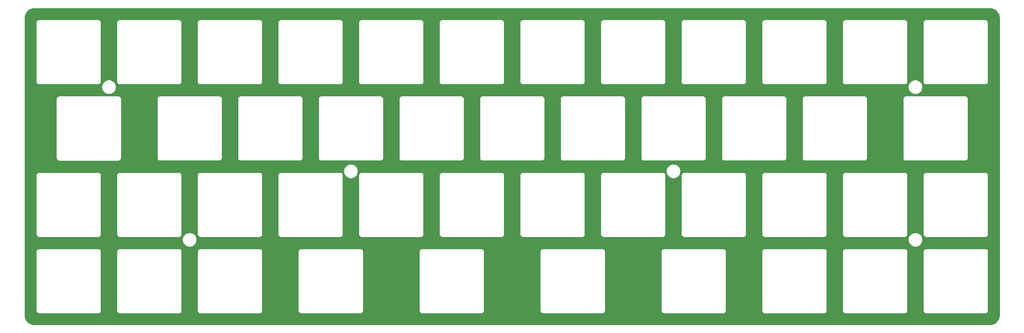
<source format=gbr>
G04 #@! TF.GenerationSoftware,KiCad,Pcbnew,5.1.6-c6e7f7d~87~ubuntu20.04.1*
G04 #@! TF.CreationDate,2020-11-25T16:37:26-08:00*
G04 #@! TF.ProjectId,staggared Plate,73746167-6761-4726-9564-20506c617465,rev?*
G04 #@! TF.SameCoordinates,Original*
G04 #@! TF.FileFunction,Copper,L1,Top*
G04 #@! TF.FilePolarity,Positive*
%FSLAX46Y46*%
G04 Gerber Fmt 4.6, Leading zero omitted, Abs format (unit mm)*
G04 Created by KiCad (PCBNEW 5.1.6-c6e7f7d~87~ubuntu20.04.1) date 2020-11-25 16:37:26*
%MOMM*%
%LPD*%
G01*
G04 APERTURE LIST*
G04 #@! TA.AperFunction,NonConductor*
%ADD10C,0.254000*%
G04 #@! TD*
G04 APERTURE END LIST*
D10*
G36*
X249974735Y-19881274D02*
G01*
X250397261Y-20008842D01*
X250786962Y-20216049D01*
X251128993Y-20495004D01*
X251410329Y-20835079D01*
X251620251Y-21223324D01*
X251750765Y-21644945D01*
X251800481Y-22117963D01*
X251800480Y-92263733D01*
X251753886Y-92738935D01*
X251626318Y-93161461D01*
X251419111Y-93551162D01*
X251140156Y-93893193D01*
X250800081Y-94174529D01*
X250411836Y-94384451D01*
X249990217Y-94514965D01*
X249517206Y-94564680D01*
X23951427Y-94564680D01*
X23476225Y-94518086D01*
X23053699Y-94390518D01*
X22663998Y-94183311D01*
X22321967Y-93904356D01*
X22040631Y-93564281D01*
X21830709Y-93176036D01*
X21700195Y-92754417D01*
X21650480Y-92281406D01*
X21650480Y-77277960D01*
X24239765Y-77277960D01*
X24243200Y-77312837D01*
X24243201Y-91243073D01*
X24239765Y-91277960D01*
X24253473Y-91417144D01*
X24294072Y-91550980D01*
X24360000Y-91674323D01*
X24448725Y-91782435D01*
X24556837Y-91871160D01*
X24680180Y-91937088D01*
X24814016Y-91977687D01*
X24918323Y-91987960D01*
X24953200Y-91991395D01*
X24988077Y-91987960D01*
X38918323Y-91987960D01*
X38953200Y-91991395D01*
X38988077Y-91987960D01*
X39092384Y-91977687D01*
X39226220Y-91937088D01*
X39349563Y-91871160D01*
X39457675Y-91782435D01*
X39546400Y-91674323D01*
X39612328Y-91550980D01*
X39652927Y-91417144D01*
X39666635Y-91277960D01*
X39663200Y-91243083D01*
X39663200Y-77312837D01*
X39666635Y-77277960D01*
X43289765Y-77277960D01*
X43293200Y-77312837D01*
X43293201Y-91243073D01*
X43289765Y-91277960D01*
X43303473Y-91417144D01*
X43344072Y-91550980D01*
X43410000Y-91674323D01*
X43498725Y-91782435D01*
X43606837Y-91871160D01*
X43730180Y-91937088D01*
X43864016Y-91977687D01*
X43968323Y-91987960D01*
X44003200Y-91991395D01*
X44038077Y-91987960D01*
X57968323Y-91987960D01*
X58003200Y-91991395D01*
X58038077Y-91987960D01*
X58142384Y-91977687D01*
X58276220Y-91937088D01*
X58399563Y-91871160D01*
X58507675Y-91782435D01*
X58596400Y-91674323D01*
X58662328Y-91550980D01*
X58702927Y-91417144D01*
X58716635Y-91277960D01*
X58713200Y-91243083D01*
X58713200Y-77312837D01*
X58716635Y-77277960D01*
X62339765Y-77277960D01*
X62343200Y-77312837D01*
X62343201Y-91243073D01*
X62339765Y-91277960D01*
X62353473Y-91417144D01*
X62394072Y-91550980D01*
X62460000Y-91674323D01*
X62548725Y-91782435D01*
X62656837Y-91871160D01*
X62780180Y-91937088D01*
X62914016Y-91977687D01*
X63018323Y-91987960D01*
X63053200Y-91991395D01*
X63088077Y-91987960D01*
X77018323Y-91987960D01*
X77053200Y-91991395D01*
X77088077Y-91987960D01*
X77192384Y-91977687D01*
X77326220Y-91937088D01*
X77449563Y-91871160D01*
X77557675Y-91782435D01*
X77646400Y-91674323D01*
X77712328Y-91550980D01*
X77752927Y-91417144D01*
X77766635Y-91277960D01*
X77763200Y-91243083D01*
X77763200Y-77312837D01*
X77766635Y-77277960D01*
X86152265Y-77277960D01*
X86155700Y-77312837D01*
X86155701Y-91243073D01*
X86152265Y-91277960D01*
X86165973Y-91417144D01*
X86206572Y-91550980D01*
X86272500Y-91674323D01*
X86361225Y-91782435D01*
X86469337Y-91871160D01*
X86592680Y-91937088D01*
X86726516Y-91977687D01*
X86830823Y-91987960D01*
X86865700Y-91991395D01*
X86900577Y-91987960D01*
X100830823Y-91987960D01*
X100865700Y-91991395D01*
X100900577Y-91987960D01*
X101004884Y-91977687D01*
X101138720Y-91937088D01*
X101262063Y-91871160D01*
X101370175Y-91782435D01*
X101458900Y-91674323D01*
X101524828Y-91550980D01*
X101565427Y-91417144D01*
X101579135Y-91277960D01*
X101575700Y-91243083D01*
X101575700Y-77312837D01*
X101579135Y-77277960D01*
X114727265Y-77277960D01*
X114730700Y-77312837D01*
X114730701Y-91243073D01*
X114727265Y-91277960D01*
X114740973Y-91417144D01*
X114781572Y-91550980D01*
X114847500Y-91674323D01*
X114936225Y-91782435D01*
X115044337Y-91871160D01*
X115167680Y-91937088D01*
X115301516Y-91977687D01*
X115405823Y-91987960D01*
X115440700Y-91991395D01*
X115475577Y-91987960D01*
X129405823Y-91987960D01*
X129440700Y-91991395D01*
X129475577Y-91987960D01*
X129579884Y-91977687D01*
X129713720Y-91937088D01*
X129837063Y-91871160D01*
X129945175Y-91782435D01*
X130033900Y-91674323D01*
X130099828Y-91550980D01*
X130140427Y-91417144D01*
X130154135Y-91277960D01*
X130150700Y-91243083D01*
X130150700Y-77312837D01*
X130154135Y-77277960D01*
X143302265Y-77277960D01*
X143305700Y-77312837D01*
X143305701Y-91243073D01*
X143302265Y-91277960D01*
X143315973Y-91417144D01*
X143356572Y-91550980D01*
X143422500Y-91674323D01*
X143511225Y-91782435D01*
X143619337Y-91871160D01*
X143742680Y-91937088D01*
X143876516Y-91977687D01*
X143980823Y-91987960D01*
X144015700Y-91991395D01*
X144050577Y-91987960D01*
X157980823Y-91987960D01*
X158015700Y-91991395D01*
X158050577Y-91987960D01*
X158154884Y-91977687D01*
X158288720Y-91937088D01*
X158412063Y-91871160D01*
X158520175Y-91782435D01*
X158608900Y-91674323D01*
X158674828Y-91550980D01*
X158715427Y-91417144D01*
X158729135Y-91277960D01*
X158725700Y-91243083D01*
X158725700Y-77312837D01*
X158729135Y-77277960D01*
X171877265Y-77277960D01*
X171880700Y-77312837D01*
X171880701Y-91243073D01*
X171877265Y-91277960D01*
X171890973Y-91417144D01*
X171931572Y-91550980D01*
X171997500Y-91674323D01*
X172086225Y-91782435D01*
X172194337Y-91871160D01*
X172317680Y-91937088D01*
X172451516Y-91977687D01*
X172555823Y-91987960D01*
X172590700Y-91991395D01*
X172625577Y-91987960D01*
X186555823Y-91987960D01*
X186590700Y-91991395D01*
X186625577Y-91987960D01*
X186729884Y-91977687D01*
X186863720Y-91937088D01*
X186987063Y-91871160D01*
X187095175Y-91782435D01*
X187183900Y-91674323D01*
X187249828Y-91550980D01*
X187290427Y-91417144D01*
X187304135Y-91277960D01*
X187300700Y-91243083D01*
X187300700Y-77312837D01*
X187304135Y-77277960D01*
X195689765Y-77277960D01*
X195693200Y-77312837D01*
X195693201Y-91243073D01*
X195689765Y-91277960D01*
X195703473Y-91417144D01*
X195744072Y-91550980D01*
X195810000Y-91674323D01*
X195898725Y-91782435D01*
X196006837Y-91871160D01*
X196130180Y-91937088D01*
X196264016Y-91977687D01*
X196368323Y-91987960D01*
X196403200Y-91991395D01*
X196438077Y-91987960D01*
X210368323Y-91987960D01*
X210403200Y-91991395D01*
X210438077Y-91987960D01*
X210542384Y-91977687D01*
X210676220Y-91937088D01*
X210799563Y-91871160D01*
X210907675Y-91782435D01*
X210996400Y-91674323D01*
X211062328Y-91550980D01*
X211102927Y-91417144D01*
X211116635Y-91277960D01*
X211113200Y-91243083D01*
X211113200Y-77312837D01*
X211116635Y-77277960D01*
X214739765Y-77277960D01*
X214743200Y-77312837D01*
X214743201Y-91243073D01*
X214739765Y-91277960D01*
X214753473Y-91417144D01*
X214794072Y-91550980D01*
X214860000Y-91674323D01*
X214948725Y-91782435D01*
X215056837Y-91871160D01*
X215180180Y-91937088D01*
X215314016Y-91977687D01*
X215418323Y-91987960D01*
X215453200Y-91991395D01*
X215488077Y-91987960D01*
X229418323Y-91987960D01*
X229453200Y-91991395D01*
X229488077Y-91987960D01*
X229592384Y-91977687D01*
X229726220Y-91937088D01*
X229849563Y-91871160D01*
X229957675Y-91782435D01*
X230046400Y-91674323D01*
X230112328Y-91550980D01*
X230152927Y-91417144D01*
X230166635Y-91277960D01*
X230163200Y-91243083D01*
X230163200Y-77312837D01*
X230166635Y-77277960D01*
X233789765Y-77277960D01*
X233793200Y-77312837D01*
X233793201Y-91243073D01*
X233789765Y-91277960D01*
X233803473Y-91417144D01*
X233844072Y-91550980D01*
X233910000Y-91674323D01*
X233998725Y-91782435D01*
X234106837Y-91871160D01*
X234230180Y-91937088D01*
X234364016Y-91977687D01*
X234468323Y-91987960D01*
X234503200Y-91991395D01*
X234538077Y-91987960D01*
X248468323Y-91987960D01*
X248503200Y-91991395D01*
X248538077Y-91987960D01*
X248642384Y-91977687D01*
X248776220Y-91937088D01*
X248899563Y-91871160D01*
X249007675Y-91782435D01*
X249096400Y-91674323D01*
X249162328Y-91550980D01*
X249202927Y-91417144D01*
X249216635Y-91277960D01*
X249213200Y-91243083D01*
X249213200Y-77312837D01*
X249216635Y-77277960D01*
X249202927Y-77138776D01*
X249162328Y-77004940D01*
X249096400Y-76881597D01*
X249007675Y-76773485D01*
X248899563Y-76684760D01*
X248776220Y-76618832D01*
X248642384Y-76578233D01*
X248538077Y-76567960D01*
X248503200Y-76564525D01*
X248468323Y-76567960D01*
X234538077Y-76567960D01*
X234503200Y-76564525D01*
X234468323Y-76567960D01*
X234364016Y-76578233D01*
X234230180Y-76618832D01*
X234106837Y-76684760D01*
X233998725Y-76773485D01*
X233910000Y-76881597D01*
X233844072Y-77004940D01*
X233803473Y-77138776D01*
X233789765Y-77277960D01*
X230166635Y-77277960D01*
X230152927Y-77138776D01*
X230112328Y-77004940D01*
X230046400Y-76881597D01*
X229957675Y-76773485D01*
X229849563Y-76684760D01*
X229726220Y-76618832D01*
X229592384Y-76578233D01*
X229488077Y-76567960D01*
X229453200Y-76564525D01*
X229418323Y-76567960D01*
X215488077Y-76567960D01*
X215453200Y-76564525D01*
X215418323Y-76567960D01*
X215314016Y-76578233D01*
X215180180Y-76618832D01*
X215056837Y-76684760D01*
X214948725Y-76773485D01*
X214860000Y-76881597D01*
X214794072Y-77004940D01*
X214753473Y-77138776D01*
X214739765Y-77277960D01*
X211116635Y-77277960D01*
X211102927Y-77138776D01*
X211062328Y-77004940D01*
X210996400Y-76881597D01*
X210907675Y-76773485D01*
X210799563Y-76684760D01*
X210676220Y-76618832D01*
X210542384Y-76578233D01*
X210438077Y-76567960D01*
X210403200Y-76564525D01*
X210368323Y-76567960D01*
X196438077Y-76567960D01*
X196403200Y-76564525D01*
X196368323Y-76567960D01*
X196264016Y-76578233D01*
X196130180Y-76618832D01*
X196006837Y-76684760D01*
X195898725Y-76773485D01*
X195810000Y-76881597D01*
X195744072Y-77004940D01*
X195703473Y-77138776D01*
X195689765Y-77277960D01*
X187304135Y-77277960D01*
X187290427Y-77138776D01*
X187249828Y-77004940D01*
X187183900Y-76881597D01*
X187095175Y-76773485D01*
X186987063Y-76684760D01*
X186863720Y-76618832D01*
X186729884Y-76578233D01*
X186625577Y-76567960D01*
X186590700Y-76564525D01*
X186555823Y-76567960D01*
X172625577Y-76567960D01*
X172590700Y-76564525D01*
X172555823Y-76567960D01*
X172451516Y-76578233D01*
X172317680Y-76618832D01*
X172194337Y-76684760D01*
X172086225Y-76773485D01*
X171997500Y-76881597D01*
X171931572Y-77004940D01*
X171890973Y-77138776D01*
X171877265Y-77277960D01*
X158729135Y-77277960D01*
X158715427Y-77138776D01*
X158674828Y-77004940D01*
X158608900Y-76881597D01*
X158520175Y-76773485D01*
X158412063Y-76684760D01*
X158288720Y-76618832D01*
X158154884Y-76578233D01*
X158050577Y-76567960D01*
X158015700Y-76564525D01*
X157980823Y-76567960D01*
X144050577Y-76567960D01*
X144015700Y-76564525D01*
X143980823Y-76567960D01*
X143876516Y-76578233D01*
X143742680Y-76618832D01*
X143619337Y-76684760D01*
X143511225Y-76773485D01*
X143422500Y-76881597D01*
X143356572Y-77004940D01*
X143315973Y-77138776D01*
X143302265Y-77277960D01*
X130154135Y-77277960D01*
X130140427Y-77138776D01*
X130099828Y-77004940D01*
X130033900Y-76881597D01*
X129945175Y-76773485D01*
X129837063Y-76684760D01*
X129713720Y-76618832D01*
X129579884Y-76578233D01*
X129475577Y-76567960D01*
X129440700Y-76564525D01*
X129405823Y-76567960D01*
X115475577Y-76567960D01*
X115440700Y-76564525D01*
X115405823Y-76567960D01*
X115301516Y-76578233D01*
X115167680Y-76618832D01*
X115044337Y-76684760D01*
X114936225Y-76773485D01*
X114847500Y-76881597D01*
X114781572Y-77004940D01*
X114740973Y-77138776D01*
X114727265Y-77277960D01*
X101579135Y-77277960D01*
X101565427Y-77138776D01*
X101524828Y-77004940D01*
X101458900Y-76881597D01*
X101370175Y-76773485D01*
X101262063Y-76684760D01*
X101138720Y-76618832D01*
X101004884Y-76578233D01*
X100900577Y-76567960D01*
X100865700Y-76564525D01*
X100830823Y-76567960D01*
X86900577Y-76567960D01*
X86865700Y-76564525D01*
X86830823Y-76567960D01*
X86726516Y-76578233D01*
X86592680Y-76618832D01*
X86469337Y-76684760D01*
X86361225Y-76773485D01*
X86272500Y-76881597D01*
X86206572Y-77004940D01*
X86165973Y-77138776D01*
X86152265Y-77277960D01*
X77766635Y-77277960D01*
X77752927Y-77138776D01*
X77712328Y-77004940D01*
X77646400Y-76881597D01*
X77557675Y-76773485D01*
X77449563Y-76684760D01*
X77326220Y-76618832D01*
X77192384Y-76578233D01*
X77088077Y-76567960D01*
X77053200Y-76564525D01*
X77018323Y-76567960D01*
X63088077Y-76567960D01*
X63053200Y-76564525D01*
X63018323Y-76567960D01*
X62914016Y-76578233D01*
X62780180Y-76618832D01*
X62656837Y-76684760D01*
X62548725Y-76773485D01*
X62460000Y-76881597D01*
X62394072Y-77004940D01*
X62353473Y-77138776D01*
X62339765Y-77277960D01*
X58716635Y-77277960D01*
X58702927Y-77138776D01*
X58662328Y-77004940D01*
X58596400Y-76881597D01*
X58507675Y-76773485D01*
X58399563Y-76684760D01*
X58276220Y-76618832D01*
X58142384Y-76578233D01*
X58038077Y-76567960D01*
X58003200Y-76564525D01*
X57968323Y-76567960D01*
X44038077Y-76567960D01*
X44003200Y-76564525D01*
X43968323Y-76567960D01*
X43864016Y-76578233D01*
X43730180Y-76618832D01*
X43606837Y-76684760D01*
X43498725Y-76773485D01*
X43410000Y-76881597D01*
X43344072Y-77004940D01*
X43303473Y-77138776D01*
X43289765Y-77277960D01*
X39666635Y-77277960D01*
X39652927Y-77138776D01*
X39612328Y-77004940D01*
X39546400Y-76881597D01*
X39457675Y-76773485D01*
X39349563Y-76684760D01*
X39226220Y-76618832D01*
X39092384Y-76578233D01*
X38988077Y-76567960D01*
X38953200Y-76564525D01*
X38918323Y-76567960D01*
X24988077Y-76567960D01*
X24953200Y-76564525D01*
X24918323Y-76567960D01*
X24814016Y-76578233D01*
X24680180Y-76618832D01*
X24556837Y-76684760D01*
X24448725Y-76773485D01*
X24360000Y-76881597D01*
X24294072Y-77004940D01*
X24253473Y-77138776D01*
X24239765Y-77277960D01*
X21650480Y-77277960D01*
X21650480Y-74328117D01*
X58783040Y-74328117D01*
X58783040Y-74669883D01*
X58849715Y-75005081D01*
X58980503Y-75320831D01*
X59170377Y-75604998D01*
X59412042Y-75846663D01*
X59696209Y-76036537D01*
X60011959Y-76167325D01*
X60347157Y-76234000D01*
X60688923Y-76234000D01*
X61024121Y-76167325D01*
X61339871Y-76036537D01*
X61624038Y-75846663D01*
X61865703Y-75604998D01*
X62055577Y-75320831D01*
X62186365Y-75005081D01*
X62253040Y-74669883D01*
X62253040Y-74328117D01*
X230233040Y-74328117D01*
X230233040Y-74669883D01*
X230299715Y-75005081D01*
X230430503Y-75320831D01*
X230620377Y-75604998D01*
X230862042Y-75846663D01*
X231146209Y-76036537D01*
X231461959Y-76167325D01*
X231797157Y-76234000D01*
X232138923Y-76234000D01*
X232474121Y-76167325D01*
X232789871Y-76036537D01*
X233074038Y-75846663D01*
X233315703Y-75604998D01*
X233505577Y-75320831D01*
X233636365Y-75005081D01*
X233703040Y-74669883D01*
X233703040Y-74328117D01*
X233636365Y-73992919D01*
X233505577Y-73677169D01*
X233315703Y-73393002D01*
X233074038Y-73151337D01*
X232789871Y-72961463D01*
X232474121Y-72830675D01*
X232138923Y-72764000D01*
X231797157Y-72764000D01*
X231461959Y-72830675D01*
X231146209Y-72961463D01*
X230862042Y-73151337D01*
X230620377Y-73393002D01*
X230430503Y-73677169D01*
X230299715Y-73992919D01*
X230233040Y-74328117D01*
X62253040Y-74328117D01*
X62186365Y-73992919D01*
X62055577Y-73677169D01*
X61865703Y-73393002D01*
X61624038Y-73151337D01*
X61339871Y-72961463D01*
X61024121Y-72830675D01*
X60688923Y-72764000D01*
X60347157Y-72764000D01*
X60011959Y-72830675D01*
X59696209Y-72961463D01*
X59412042Y-73151337D01*
X59170377Y-73393002D01*
X58980503Y-73677169D01*
X58849715Y-73992919D01*
X58783040Y-74328117D01*
X21650480Y-74328117D01*
X21650480Y-59227960D01*
X24239765Y-59227960D01*
X24243200Y-59262837D01*
X24243201Y-73193073D01*
X24239765Y-73227960D01*
X24253473Y-73367144D01*
X24294072Y-73500980D01*
X24360000Y-73624323D01*
X24448725Y-73732435D01*
X24556837Y-73821160D01*
X24680180Y-73887088D01*
X24814016Y-73927687D01*
X24918323Y-73937960D01*
X24953200Y-73941395D01*
X24988077Y-73937960D01*
X38918323Y-73937960D01*
X38953200Y-73941395D01*
X38988077Y-73937960D01*
X39092384Y-73927687D01*
X39226220Y-73887088D01*
X39349563Y-73821160D01*
X39457675Y-73732435D01*
X39546400Y-73624323D01*
X39612328Y-73500980D01*
X39652927Y-73367144D01*
X39666635Y-73227960D01*
X39663200Y-73193083D01*
X39663200Y-59262837D01*
X39666635Y-59227960D01*
X43289765Y-59227960D01*
X43293200Y-59262837D01*
X43293201Y-73193073D01*
X43289765Y-73227960D01*
X43303473Y-73367144D01*
X43344072Y-73500980D01*
X43410000Y-73624323D01*
X43498725Y-73732435D01*
X43606837Y-73821160D01*
X43730180Y-73887088D01*
X43864016Y-73927687D01*
X43968323Y-73937960D01*
X44003200Y-73941395D01*
X44038077Y-73937960D01*
X57968323Y-73937960D01*
X58003200Y-73941395D01*
X58038077Y-73937960D01*
X58142384Y-73927687D01*
X58276220Y-73887088D01*
X58399563Y-73821160D01*
X58507675Y-73732435D01*
X58596400Y-73624323D01*
X58662328Y-73500980D01*
X58702927Y-73367144D01*
X58716635Y-73227960D01*
X58713200Y-73193083D01*
X58713200Y-59262837D01*
X58716635Y-59227960D01*
X62339765Y-59227960D01*
X62343200Y-59262837D01*
X62343201Y-73193073D01*
X62339765Y-73227960D01*
X62353473Y-73367144D01*
X62394072Y-73500980D01*
X62460000Y-73624323D01*
X62548725Y-73732435D01*
X62656837Y-73821160D01*
X62780180Y-73887088D01*
X62914016Y-73927687D01*
X63018323Y-73937960D01*
X63053200Y-73941395D01*
X63088077Y-73937960D01*
X77018323Y-73937960D01*
X77053200Y-73941395D01*
X77088077Y-73937960D01*
X77192384Y-73927687D01*
X77326220Y-73887088D01*
X77449563Y-73821160D01*
X77557675Y-73732435D01*
X77646400Y-73624323D01*
X77712328Y-73500980D01*
X77752927Y-73367144D01*
X77766635Y-73227960D01*
X77763200Y-73193083D01*
X77763200Y-59262837D01*
X77766635Y-59227960D01*
X81389765Y-59227960D01*
X81393200Y-59262837D01*
X81393201Y-73193073D01*
X81389765Y-73227960D01*
X81403473Y-73367144D01*
X81444072Y-73500980D01*
X81510000Y-73624323D01*
X81598725Y-73732435D01*
X81706837Y-73821160D01*
X81830180Y-73887088D01*
X81964016Y-73927687D01*
X82068323Y-73937960D01*
X82103200Y-73941395D01*
X82138077Y-73937960D01*
X96068323Y-73937960D01*
X96103200Y-73941395D01*
X96138077Y-73937960D01*
X96242384Y-73927687D01*
X96376220Y-73887088D01*
X96499563Y-73821160D01*
X96607675Y-73732435D01*
X96696400Y-73624323D01*
X96762328Y-73500980D01*
X96802927Y-73367144D01*
X96816635Y-73227960D01*
X96813200Y-73193083D01*
X96813200Y-59262837D01*
X96816635Y-59227960D01*
X96802927Y-59088776D01*
X96762328Y-58954940D01*
X96696400Y-58831597D01*
X96607675Y-58723485D01*
X96499563Y-58634760D01*
X96376220Y-58568832D01*
X96242384Y-58528233D01*
X96138077Y-58517960D01*
X96103200Y-58514525D01*
X96068323Y-58517960D01*
X82138077Y-58517960D01*
X82103200Y-58514525D01*
X82068323Y-58517960D01*
X81964016Y-58528233D01*
X81830180Y-58568832D01*
X81706837Y-58634760D01*
X81598725Y-58723485D01*
X81510000Y-58831597D01*
X81444072Y-58954940D01*
X81403473Y-59088776D01*
X81389765Y-59227960D01*
X77766635Y-59227960D01*
X77752927Y-59088776D01*
X77712328Y-58954940D01*
X77646400Y-58831597D01*
X77557675Y-58723485D01*
X77449563Y-58634760D01*
X77326220Y-58568832D01*
X77192384Y-58528233D01*
X77088077Y-58517960D01*
X77053200Y-58514525D01*
X77018323Y-58517960D01*
X63088077Y-58517960D01*
X63053200Y-58514525D01*
X63018323Y-58517960D01*
X62914016Y-58528233D01*
X62780180Y-58568832D01*
X62656837Y-58634760D01*
X62548725Y-58723485D01*
X62460000Y-58831597D01*
X62394072Y-58954940D01*
X62353473Y-59088776D01*
X62339765Y-59227960D01*
X58716635Y-59227960D01*
X58702927Y-59088776D01*
X58662328Y-58954940D01*
X58596400Y-58831597D01*
X58507675Y-58723485D01*
X58399563Y-58634760D01*
X58276220Y-58568832D01*
X58142384Y-58528233D01*
X58038077Y-58517960D01*
X58003200Y-58514525D01*
X57968323Y-58517960D01*
X44038077Y-58517960D01*
X44003200Y-58514525D01*
X43968323Y-58517960D01*
X43864016Y-58528233D01*
X43730180Y-58568832D01*
X43606837Y-58634760D01*
X43498725Y-58723485D01*
X43410000Y-58831597D01*
X43344072Y-58954940D01*
X43303473Y-59088776D01*
X43289765Y-59227960D01*
X39666635Y-59227960D01*
X39652927Y-59088776D01*
X39612328Y-58954940D01*
X39546400Y-58831597D01*
X39457675Y-58723485D01*
X39349563Y-58634760D01*
X39226220Y-58568832D01*
X39092384Y-58528233D01*
X38988077Y-58517960D01*
X38953200Y-58514525D01*
X38918323Y-58517960D01*
X24988077Y-58517960D01*
X24953200Y-58514525D01*
X24918323Y-58517960D01*
X24814016Y-58528233D01*
X24680180Y-58568832D01*
X24556837Y-58634760D01*
X24448725Y-58723485D01*
X24360000Y-58831597D01*
X24294072Y-58954940D01*
X24253473Y-59088776D01*
X24239765Y-59227960D01*
X21650480Y-59227960D01*
X21650480Y-58128118D01*
X96883040Y-58128118D01*
X96883040Y-58469884D01*
X96949715Y-58805082D01*
X97080503Y-59120832D01*
X97270377Y-59404999D01*
X97512042Y-59646664D01*
X97796209Y-59836538D01*
X98111959Y-59967326D01*
X98447157Y-60034001D01*
X98788923Y-60034001D01*
X99124121Y-59967326D01*
X99439871Y-59836538D01*
X99724038Y-59646664D01*
X99965703Y-59404999D01*
X100083996Y-59227960D01*
X100439765Y-59227960D01*
X100443200Y-59262837D01*
X100443201Y-73193073D01*
X100439765Y-73227960D01*
X100453473Y-73367144D01*
X100494072Y-73500980D01*
X100560000Y-73624323D01*
X100648725Y-73732435D01*
X100756837Y-73821160D01*
X100880180Y-73887088D01*
X101014016Y-73927687D01*
X101118323Y-73937960D01*
X101153200Y-73941395D01*
X101188077Y-73937960D01*
X115118323Y-73937960D01*
X115153200Y-73941395D01*
X115188077Y-73937960D01*
X115292384Y-73927687D01*
X115426220Y-73887088D01*
X115549563Y-73821160D01*
X115657675Y-73732435D01*
X115746400Y-73624323D01*
X115812328Y-73500980D01*
X115852927Y-73367144D01*
X115866635Y-73227960D01*
X115863200Y-73193083D01*
X115863200Y-59262837D01*
X115866635Y-59227960D01*
X119489765Y-59227960D01*
X119493200Y-59262837D01*
X119493201Y-73193073D01*
X119489765Y-73227960D01*
X119503473Y-73367144D01*
X119544072Y-73500980D01*
X119610000Y-73624323D01*
X119698725Y-73732435D01*
X119806837Y-73821160D01*
X119930180Y-73887088D01*
X120064016Y-73927687D01*
X120168323Y-73937960D01*
X120203200Y-73941395D01*
X120238077Y-73937960D01*
X134168323Y-73937960D01*
X134203200Y-73941395D01*
X134238077Y-73937960D01*
X134342384Y-73927687D01*
X134476220Y-73887088D01*
X134599563Y-73821160D01*
X134707675Y-73732435D01*
X134796400Y-73624323D01*
X134862328Y-73500980D01*
X134902927Y-73367144D01*
X134916635Y-73227960D01*
X134913200Y-73193083D01*
X134913200Y-59262837D01*
X134916635Y-59227960D01*
X138539765Y-59227960D01*
X138543200Y-59262837D01*
X138543201Y-73193073D01*
X138539765Y-73227960D01*
X138553473Y-73367144D01*
X138594072Y-73500980D01*
X138660000Y-73624323D01*
X138748725Y-73732435D01*
X138856837Y-73821160D01*
X138980180Y-73887088D01*
X139114016Y-73927687D01*
X139218323Y-73937960D01*
X139253200Y-73941395D01*
X139288077Y-73937960D01*
X153218323Y-73937960D01*
X153253200Y-73941395D01*
X153288077Y-73937960D01*
X153392384Y-73927687D01*
X153526220Y-73887088D01*
X153649563Y-73821160D01*
X153757675Y-73732435D01*
X153846400Y-73624323D01*
X153912328Y-73500980D01*
X153952927Y-73367144D01*
X153966635Y-73227960D01*
X153963200Y-73193083D01*
X153963200Y-59262837D01*
X153966635Y-59227960D01*
X157589765Y-59227960D01*
X157593200Y-59262837D01*
X157593201Y-73193073D01*
X157589765Y-73227960D01*
X157603473Y-73367144D01*
X157644072Y-73500980D01*
X157710000Y-73624323D01*
X157798725Y-73732435D01*
X157906837Y-73821160D01*
X158030180Y-73887088D01*
X158164016Y-73927687D01*
X158268323Y-73937960D01*
X158303200Y-73941395D01*
X158338077Y-73937960D01*
X172268323Y-73937960D01*
X172303200Y-73941395D01*
X172338077Y-73937960D01*
X172442384Y-73927687D01*
X172576220Y-73887088D01*
X172699563Y-73821160D01*
X172807675Y-73732435D01*
X172896400Y-73624323D01*
X172962328Y-73500980D01*
X173002927Y-73367144D01*
X173016635Y-73227960D01*
X173013200Y-73193083D01*
X173013200Y-59262837D01*
X173016635Y-59227960D01*
X173002927Y-59088776D01*
X172962328Y-58954940D01*
X172896400Y-58831597D01*
X172807675Y-58723485D01*
X172699563Y-58634760D01*
X172576220Y-58568832D01*
X172442384Y-58528233D01*
X172338077Y-58517960D01*
X172303200Y-58514525D01*
X172268323Y-58517960D01*
X158338077Y-58517960D01*
X158303200Y-58514525D01*
X158268323Y-58517960D01*
X158164016Y-58528233D01*
X158030180Y-58568832D01*
X157906837Y-58634760D01*
X157798725Y-58723485D01*
X157710000Y-58831597D01*
X157644072Y-58954940D01*
X157603473Y-59088776D01*
X157589765Y-59227960D01*
X153966635Y-59227960D01*
X153952927Y-59088776D01*
X153912328Y-58954940D01*
X153846400Y-58831597D01*
X153757675Y-58723485D01*
X153649563Y-58634760D01*
X153526220Y-58568832D01*
X153392384Y-58528233D01*
X153288077Y-58517960D01*
X153253200Y-58514525D01*
X153218323Y-58517960D01*
X139288077Y-58517960D01*
X139253200Y-58514525D01*
X139218323Y-58517960D01*
X139114016Y-58528233D01*
X138980180Y-58568832D01*
X138856837Y-58634760D01*
X138748725Y-58723485D01*
X138660000Y-58831597D01*
X138594072Y-58954940D01*
X138553473Y-59088776D01*
X138539765Y-59227960D01*
X134916635Y-59227960D01*
X134902927Y-59088776D01*
X134862328Y-58954940D01*
X134796400Y-58831597D01*
X134707675Y-58723485D01*
X134599563Y-58634760D01*
X134476220Y-58568832D01*
X134342384Y-58528233D01*
X134238077Y-58517960D01*
X134203200Y-58514525D01*
X134168323Y-58517960D01*
X120238077Y-58517960D01*
X120203200Y-58514525D01*
X120168323Y-58517960D01*
X120064016Y-58528233D01*
X119930180Y-58568832D01*
X119806837Y-58634760D01*
X119698725Y-58723485D01*
X119610000Y-58831597D01*
X119544072Y-58954940D01*
X119503473Y-59088776D01*
X119489765Y-59227960D01*
X115866635Y-59227960D01*
X115852927Y-59088776D01*
X115812328Y-58954940D01*
X115746400Y-58831597D01*
X115657675Y-58723485D01*
X115549563Y-58634760D01*
X115426220Y-58568832D01*
X115292384Y-58528233D01*
X115188077Y-58517960D01*
X115153200Y-58514525D01*
X115118323Y-58517960D01*
X101188077Y-58517960D01*
X101153200Y-58514525D01*
X101118323Y-58517960D01*
X101014016Y-58528233D01*
X100880180Y-58568832D01*
X100756837Y-58634760D01*
X100648725Y-58723485D01*
X100560000Y-58831597D01*
X100494072Y-58954940D01*
X100453473Y-59088776D01*
X100439765Y-59227960D01*
X100083996Y-59227960D01*
X100155577Y-59120832D01*
X100286365Y-58805082D01*
X100353040Y-58469884D01*
X100353040Y-58128118D01*
X173083040Y-58128118D01*
X173083040Y-58469884D01*
X173149715Y-58805082D01*
X173280503Y-59120832D01*
X173470377Y-59404999D01*
X173712042Y-59646664D01*
X173996209Y-59836538D01*
X174311959Y-59967326D01*
X174647157Y-60034001D01*
X174988923Y-60034001D01*
X175324121Y-59967326D01*
X175639871Y-59836538D01*
X175924038Y-59646664D01*
X176165703Y-59404999D01*
X176283996Y-59227960D01*
X176639765Y-59227960D01*
X176643200Y-59262837D01*
X176643201Y-73193073D01*
X176639765Y-73227960D01*
X176653473Y-73367144D01*
X176694072Y-73500980D01*
X176760000Y-73624323D01*
X176848725Y-73732435D01*
X176956837Y-73821160D01*
X177080180Y-73887088D01*
X177214016Y-73927687D01*
X177318323Y-73937960D01*
X177353200Y-73941395D01*
X177388077Y-73937960D01*
X191318323Y-73937960D01*
X191353200Y-73941395D01*
X191388077Y-73937960D01*
X191492384Y-73927687D01*
X191626220Y-73887088D01*
X191749563Y-73821160D01*
X191857675Y-73732435D01*
X191946400Y-73624323D01*
X192012328Y-73500980D01*
X192052927Y-73367144D01*
X192066635Y-73227960D01*
X192063200Y-73193083D01*
X192063200Y-59262837D01*
X192066635Y-59227960D01*
X195689765Y-59227960D01*
X195693200Y-59262837D01*
X195693201Y-73193073D01*
X195689765Y-73227960D01*
X195703473Y-73367144D01*
X195744072Y-73500980D01*
X195810000Y-73624323D01*
X195898725Y-73732435D01*
X196006837Y-73821160D01*
X196130180Y-73887088D01*
X196264016Y-73927687D01*
X196368323Y-73937960D01*
X196403200Y-73941395D01*
X196438077Y-73937960D01*
X210368323Y-73937960D01*
X210403200Y-73941395D01*
X210438077Y-73937960D01*
X210542384Y-73927687D01*
X210676220Y-73887088D01*
X210799563Y-73821160D01*
X210907675Y-73732435D01*
X210996400Y-73624323D01*
X211062328Y-73500980D01*
X211102927Y-73367144D01*
X211116635Y-73227960D01*
X211113200Y-73193083D01*
X211113200Y-59262837D01*
X211116635Y-59227960D01*
X214739765Y-59227960D01*
X214743200Y-59262837D01*
X214743201Y-73193073D01*
X214739765Y-73227960D01*
X214753473Y-73367144D01*
X214794072Y-73500980D01*
X214860000Y-73624323D01*
X214948725Y-73732435D01*
X215056837Y-73821160D01*
X215180180Y-73887088D01*
X215314016Y-73927687D01*
X215418323Y-73937960D01*
X215453200Y-73941395D01*
X215488077Y-73937960D01*
X229418323Y-73937960D01*
X229453200Y-73941395D01*
X229488077Y-73937960D01*
X229592384Y-73927687D01*
X229726220Y-73887088D01*
X229849563Y-73821160D01*
X229957675Y-73732435D01*
X230046400Y-73624323D01*
X230112328Y-73500980D01*
X230152927Y-73367144D01*
X230166635Y-73227960D01*
X230163200Y-73193083D01*
X230163200Y-59262837D01*
X230166635Y-59227960D01*
X233789765Y-59227960D01*
X233793200Y-59262837D01*
X233793201Y-73193073D01*
X233789765Y-73227960D01*
X233803473Y-73367144D01*
X233844072Y-73500980D01*
X233910000Y-73624323D01*
X233998725Y-73732435D01*
X234106837Y-73821160D01*
X234230180Y-73887088D01*
X234364016Y-73927687D01*
X234468323Y-73937960D01*
X234503200Y-73941395D01*
X234538077Y-73937960D01*
X248468323Y-73937960D01*
X248503200Y-73941395D01*
X248538077Y-73937960D01*
X248642384Y-73927687D01*
X248776220Y-73887088D01*
X248899563Y-73821160D01*
X249007675Y-73732435D01*
X249096400Y-73624323D01*
X249162328Y-73500980D01*
X249202927Y-73367144D01*
X249216635Y-73227960D01*
X249213200Y-73193083D01*
X249213200Y-59262837D01*
X249216635Y-59227960D01*
X249202927Y-59088776D01*
X249162328Y-58954940D01*
X249096400Y-58831597D01*
X249007675Y-58723485D01*
X248899563Y-58634760D01*
X248776220Y-58568832D01*
X248642384Y-58528233D01*
X248538077Y-58517960D01*
X248503200Y-58514525D01*
X248468323Y-58517960D01*
X234538077Y-58517960D01*
X234503200Y-58514525D01*
X234468323Y-58517960D01*
X234364016Y-58528233D01*
X234230180Y-58568832D01*
X234106837Y-58634760D01*
X233998725Y-58723485D01*
X233910000Y-58831597D01*
X233844072Y-58954940D01*
X233803473Y-59088776D01*
X233789765Y-59227960D01*
X230166635Y-59227960D01*
X230152927Y-59088776D01*
X230112328Y-58954940D01*
X230046400Y-58831597D01*
X229957675Y-58723485D01*
X229849563Y-58634760D01*
X229726220Y-58568832D01*
X229592384Y-58528233D01*
X229488077Y-58517960D01*
X229453200Y-58514525D01*
X229418323Y-58517960D01*
X215488077Y-58517960D01*
X215453200Y-58514525D01*
X215418323Y-58517960D01*
X215314016Y-58528233D01*
X215180180Y-58568832D01*
X215056837Y-58634760D01*
X214948725Y-58723485D01*
X214860000Y-58831597D01*
X214794072Y-58954940D01*
X214753473Y-59088776D01*
X214739765Y-59227960D01*
X211116635Y-59227960D01*
X211102927Y-59088776D01*
X211062328Y-58954940D01*
X210996400Y-58831597D01*
X210907675Y-58723485D01*
X210799563Y-58634760D01*
X210676220Y-58568832D01*
X210542384Y-58528233D01*
X210438077Y-58517960D01*
X210403200Y-58514525D01*
X210368323Y-58517960D01*
X196438077Y-58517960D01*
X196403200Y-58514525D01*
X196368323Y-58517960D01*
X196264016Y-58528233D01*
X196130180Y-58568832D01*
X196006837Y-58634760D01*
X195898725Y-58723485D01*
X195810000Y-58831597D01*
X195744072Y-58954940D01*
X195703473Y-59088776D01*
X195689765Y-59227960D01*
X192066635Y-59227960D01*
X192052927Y-59088776D01*
X192012328Y-58954940D01*
X191946400Y-58831597D01*
X191857675Y-58723485D01*
X191749563Y-58634760D01*
X191626220Y-58568832D01*
X191492384Y-58528233D01*
X191388077Y-58517960D01*
X191353200Y-58514525D01*
X191318323Y-58517960D01*
X177388077Y-58517960D01*
X177353200Y-58514525D01*
X177318323Y-58517960D01*
X177214016Y-58528233D01*
X177080180Y-58568832D01*
X176956837Y-58634760D01*
X176848725Y-58723485D01*
X176760000Y-58831597D01*
X176694072Y-58954940D01*
X176653473Y-59088776D01*
X176639765Y-59227960D01*
X176283996Y-59227960D01*
X176355577Y-59120832D01*
X176486365Y-58805082D01*
X176553040Y-58469884D01*
X176553040Y-58128118D01*
X176486365Y-57792920D01*
X176355577Y-57477170D01*
X176165703Y-57193003D01*
X175924038Y-56951338D01*
X175639871Y-56761464D01*
X175324121Y-56630676D01*
X174988923Y-56564001D01*
X174647157Y-56564001D01*
X174311959Y-56630676D01*
X173996209Y-56761464D01*
X173712042Y-56951338D01*
X173470377Y-57193003D01*
X173280503Y-57477170D01*
X173149715Y-57792920D01*
X173083040Y-58128118D01*
X100353040Y-58128118D01*
X100286365Y-57792920D01*
X100155577Y-57477170D01*
X99965703Y-57193003D01*
X99724038Y-56951338D01*
X99439871Y-56761464D01*
X99124121Y-56630676D01*
X98788923Y-56564001D01*
X98447157Y-56564001D01*
X98111959Y-56630676D01*
X97796209Y-56761464D01*
X97512042Y-56951338D01*
X97270377Y-57193003D01*
X97080503Y-57477170D01*
X96949715Y-57792920D01*
X96883040Y-58128118D01*
X21650480Y-58128118D01*
X21650480Y-41177960D01*
X29002265Y-41177960D01*
X29005700Y-41212837D01*
X29005701Y-55143073D01*
X29002265Y-55177960D01*
X29015973Y-55317144D01*
X29056572Y-55450980D01*
X29122500Y-55574323D01*
X29211225Y-55682435D01*
X29319337Y-55771160D01*
X29442680Y-55837088D01*
X29576516Y-55877687D01*
X29680823Y-55887960D01*
X29715700Y-55891395D01*
X29750577Y-55887960D01*
X43680823Y-55887960D01*
X43715700Y-55891395D01*
X43750577Y-55887960D01*
X43854884Y-55877687D01*
X43988720Y-55837088D01*
X44112063Y-55771160D01*
X44220175Y-55682435D01*
X44308900Y-55574323D01*
X44374828Y-55450980D01*
X44415427Y-55317144D01*
X44429135Y-55177960D01*
X44425700Y-55143083D01*
X44425700Y-41212837D01*
X44429135Y-41177960D01*
X44428785Y-41174400D01*
X52804605Y-41174400D01*
X52808040Y-41209277D01*
X52808041Y-55139513D01*
X52804605Y-55174400D01*
X52818313Y-55313584D01*
X52858912Y-55447420D01*
X52924840Y-55570763D01*
X53013565Y-55678875D01*
X53121677Y-55767600D01*
X53245020Y-55833528D01*
X53378856Y-55874127D01*
X53483163Y-55884400D01*
X53518040Y-55887835D01*
X53552917Y-55884400D01*
X67483163Y-55884400D01*
X67518040Y-55887835D01*
X67552917Y-55884400D01*
X67657224Y-55874127D01*
X67791060Y-55833528D01*
X67914403Y-55767600D01*
X68022515Y-55678875D01*
X68111240Y-55570763D01*
X68177168Y-55447420D01*
X68217767Y-55313584D01*
X68231475Y-55174400D01*
X68228040Y-55139523D01*
X68228040Y-41209277D01*
X68231475Y-41174400D01*
X71854605Y-41174400D01*
X71858040Y-41209277D01*
X71858041Y-55139513D01*
X71854605Y-55174400D01*
X71868313Y-55313584D01*
X71908912Y-55447420D01*
X71974840Y-55570763D01*
X72063565Y-55678875D01*
X72171677Y-55767600D01*
X72295020Y-55833528D01*
X72428856Y-55874127D01*
X72533163Y-55884400D01*
X72568040Y-55887835D01*
X72602917Y-55884400D01*
X86533163Y-55884400D01*
X86568040Y-55887835D01*
X86602917Y-55884400D01*
X86707224Y-55874127D01*
X86841060Y-55833528D01*
X86964403Y-55767600D01*
X87072515Y-55678875D01*
X87161240Y-55570763D01*
X87227168Y-55447420D01*
X87267767Y-55313584D01*
X87281475Y-55174400D01*
X87278040Y-55139523D01*
X87278040Y-41209277D01*
X87281475Y-41174400D01*
X90904605Y-41174400D01*
X90908040Y-41209277D01*
X90908041Y-55139513D01*
X90904605Y-55174400D01*
X90918313Y-55313584D01*
X90958912Y-55447420D01*
X91024840Y-55570763D01*
X91113565Y-55678875D01*
X91221677Y-55767600D01*
X91345020Y-55833528D01*
X91478856Y-55874127D01*
X91583163Y-55884400D01*
X91618040Y-55887835D01*
X91652917Y-55884400D01*
X105583163Y-55884400D01*
X105618040Y-55887835D01*
X105652917Y-55884400D01*
X105757224Y-55874127D01*
X105891060Y-55833528D01*
X106014403Y-55767600D01*
X106122515Y-55678875D01*
X106211240Y-55570763D01*
X106277168Y-55447420D01*
X106317767Y-55313584D01*
X106331475Y-55174400D01*
X106328040Y-55139523D01*
X106328040Y-41209277D01*
X106331475Y-41174400D01*
X109954605Y-41174400D01*
X109958040Y-41209277D01*
X109958041Y-55139513D01*
X109954605Y-55174400D01*
X109968313Y-55313584D01*
X110008912Y-55447420D01*
X110074840Y-55570763D01*
X110163565Y-55678875D01*
X110271677Y-55767600D01*
X110395020Y-55833528D01*
X110528856Y-55874127D01*
X110633163Y-55884400D01*
X110668040Y-55887835D01*
X110702917Y-55884400D01*
X124633163Y-55884400D01*
X124668040Y-55887835D01*
X124702917Y-55884400D01*
X124807224Y-55874127D01*
X124941060Y-55833528D01*
X125064403Y-55767600D01*
X125172515Y-55678875D01*
X125261240Y-55570763D01*
X125327168Y-55447420D01*
X125367767Y-55313584D01*
X125381475Y-55174400D01*
X125378040Y-55139523D01*
X125378040Y-41209277D01*
X125381475Y-41174400D01*
X129004605Y-41174400D01*
X129008040Y-41209277D01*
X129008041Y-55139513D01*
X129004605Y-55174400D01*
X129018313Y-55313584D01*
X129058912Y-55447420D01*
X129124840Y-55570763D01*
X129213565Y-55678875D01*
X129321677Y-55767600D01*
X129445020Y-55833528D01*
X129578856Y-55874127D01*
X129683163Y-55884400D01*
X129718040Y-55887835D01*
X129752917Y-55884400D01*
X143683163Y-55884400D01*
X143718040Y-55887835D01*
X143752917Y-55884400D01*
X143857224Y-55874127D01*
X143991060Y-55833528D01*
X144114403Y-55767600D01*
X144222515Y-55678875D01*
X144311240Y-55570763D01*
X144377168Y-55447420D01*
X144417767Y-55313584D01*
X144431475Y-55174400D01*
X144428040Y-55139523D01*
X144428040Y-41209277D01*
X144431475Y-41174400D01*
X148054605Y-41174400D01*
X148058040Y-41209277D01*
X148058041Y-55139513D01*
X148054605Y-55174400D01*
X148068313Y-55313584D01*
X148108912Y-55447420D01*
X148174840Y-55570763D01*
X148263565Y-55678875D01*
X148371677Y-55767600D01*
X148495020Y-55833528D01*
X148628856Y-55874127D01*
X148733163Y-55884400D01*
X148768040Y-55887835D01*
X148802917Y-55884400D01*
X162733163Y-55884400D01*
X162768040Y-55887835D01*
X162802917Y-55884400D01*
X162907224Y-55874127D01*
X163041060Y-55833528D01*
X163164403Y-55767600D01*
X163272515Y-55678875D01*
X163361240Y-55570763D01*
X163427168Y-55447420D01*
X163467767Y-55313584D01*
X163481475Y-55174400D01*
X163478040Y-55139523D01*
X163478040Y-41209277D01*
X163481475Y-41174400D01*
X167104605Y-41174400D01*
X167108040Y-41209277D01*
X167108041Y-55139513D01*
X167104605Y-55174400D01*
X167118313Y-55313584D01*
X167158912Y-55447420D01*
X167224840Y-55570763D01*
X167313565Y-55678875D01*
X167421677Y-55767600D01*
X167545020Y-55833528D01*
X167678856Y-55874127D01*
X167783163Y-55884400D01*
X167818040Y-55887835D01*
X167852917Y-55884400D01*
X181783163Y-55884400D01*
X181818040Y-55887835D01*
X181852917Y-55884400D01*
X181957224Y-55874127D01*
X182091060Y-55833528D01*
X182214403Y-55767600D01*
X182322515Y-55678875D01*
X182411240Y-55570763D01*
X182477168Y-55447420D01*
X182517767Y-55313584D01*
X182531475Y-55174400D01*
X182528040Y-55139523D01*
X182528040Y-41209277D01*
X182531475Y-41174400D01*
X186154605Y-41174400D01*
X186158040Y-41209277D01*
X186158041Y-55139513D01*
X186154605Y-55174400D01*
X186168313Y-55313584D01*
X186208912Y-55447420D01*
X186274840Y-55570763D01*
X186363565Y-55678875D01*
X186471677Y-55767600D01*
X186595020Y-55833528D01*
X186728856Y-55874127D01*
X186833163Y-55884400D01*
X186868040Y-55887835D01*
X186902917Y-55884400D01*
X200833163Y-55884400D01*
X200868040Y-55887835D01*
X200902917Y-55884400D01*
X201007224Y-55874127D01*
X201141060Y-55833528D01*
X201264403Y-55767600D01*
X201372515Y-55678875D01*
X201461240Y-55570763D01*
X201527168Y-55447420D01*
X201567767Y-55313584D01*
X201581475Y-55174400D01*
X201578040Y-55139523D01*
X201578040Y-41209277D01*
X201581475Y-41174400D01*
X205204605Y-41174400D01*
X205208040Y-41209277D01*
X205208041Y-55139513D01*
X205204605Y-55174400D01*
X205218313Y-55313584D01*
X205258912Y-55447420D01*
X205324840Y-55570763D01*
X205413565Y-55678875D01*
X205521677Y-55767600D01*
X205645020Y-55833528D01*
X205778856Y-55874127D01*
X205883163Y-55884400D01*
X205918040Y-55887835D01*
X205952917Y-55884400D01*
X219883163Y-55884400D01*
X219918040Y-55887835D01*
X219952917Y-55884400D01*
X220057224Y-55874127D01*
X220191060Y-55833528D01*
X220314403Y-55767600D01*
X220422515Y-55678875D01*
X220511240Y-55570763D01*
X220577168Y-55447420D01*
X220617767Y-55313584D01*
X220631475Y-55174400D01*
X220628040Y-55139523D01*
X220628040Y-41209277D01*
X220631475Y-41174400D01*
X229017105Y-41174400D01*
X229020540Y-41209277D01*
X229020541Y-55139513D01*
X229017105Y-55174400D01*
X229030813Y-55313584D01*
X229071412Y-55447420D01*
X229137340Y-55570763D01*
X229226065Y-55678875D01*
X229334177Y-55767600D01*
X229457520Y-55833528D01*
X229591356Y-55874127D01*
X229695663Y-55884400D01*
X229730540Y-55887835D01*
X229765417Y-55884400D01*
X243695663Y-55884400D01*
X243730540Y-55887835D01*
X243765417Y-55884400D01*
X243869724Y-55874127D01*
X244003560Y-55833528D01*
X244126903Y-55767600D01*
X244235015Y-55678875D01*
X244323740Y-55570763D01*
X244389668Y-55447420D01*
X244430267Y-55313584D01*
X244443975Y-55174400D01*
X244440540Y-55139523D01*
X244440540Y-41209277D01*
X244443975Y-41174400D01*
X244430267Y-41035216D01*
X244389668Y-40901380D01*
X244323740Y-40778037D01*
X244235015Y-40669925D01*
X244126903Y-40581200D01*
X244003560Y-40515272D01*
X243869724Y-40474673D01*
X243730540Y-40460965D01*
X243695663Y-40464400D01*
X229765417Y-40464400D01*
X229730540Y-40460965D01*
X229591356Y-40474673D01*
X229457520Y-40515272D01*
X229334177Y-40581200D01*
X229226065Y-40669925D01*
X229137340Y-40778037D01*
X229071412Y-40901380D01*
X229030813Y-41035216D01*
X229017105Y-41174400D01*
X220631475Y-41174400D01*
X220617767Y-41035216D01*
X220577168Y-40901380D01*
X220511240Y-40778037D01*
X220422515Y-40669925D01*
X220314403Y-40581200D01*
X220191060Y-40515272D01*
X220057224Y-40474673D01*
X219918040Y-40460965D01*
X219883163Y-40464400D01*
X205952917Y-40464400D01*
X205918040Y-40460965D01*
X205778856Y-40474673D01*
X205645020Y-40515272D01*
X205521677Y-40581200D01*
X205413565Y-40669925D01*
X205324840Y-40778037D01*
X205258912Y-40901380D01*
X205218313Y-41035216D01*
X205204605Y-41174400D01*
X201581475Y-41174400D01*
X201567767Y-41035216D01*
X201527168Y-40901380D01*
X201461240Y-40778037D01*
X201372515Y-40669925D01*
X201264403Y-40581200D01*
X201141060Y-40515272D01*
X201007224Y-40474673D01*
X200868040Y-40460965D01*
X200833163Y-40464400D01*
X186902917Y-40464400D01*
X186868040Y-40460965D01*
X186728856Y-40474673D01*
X186595020Y-40515272D01*
X186471677Y-40581200D01*
X186363565Y-40669925D01*
X186274840Y-40778037D01*
X186208912Y-40901380D01*
X186168313Y-41035216D01*
X186154605Y-41174400D01*
X182531475Y-41174400D01*
X182517767Y-41035216D01*
X182477168Y-40901380D01*
X182411240Y-40778037D01*
X182322515Y-40669925D01*
X182214403Y-40581200D01*
X182091060Y-40515272D01*
X181957224Y-40474673D01*
X181818040Y-40460965D01*
X181783163Y-40464400D01*
X167852917Y-40464400D01*
X167818040Y-40460965D01*
X167678856Y-40474673D01*
X167545020Y-40515272D01*
X167421677Y-40581200D01*
X167313565Y-40669925D01*
X167224840Y-40778037D01*
X167158912Y-40901380D01*
X167118313Y-41035216D01*
X167104605Y-41174400D01*
X163481475Y-41174400D01*
X163467767Y-41035216D01*
X163427168Y-40901380D01*
X163361240Y-40778037D01*
X163272515Y-40669925D01*
X163164403Y-40581200D01*
X163041060Y-40515272D01*
X162907224Y-40474673D01*
X162768040Y-40460965D01*
X162733163Y-40464400D01*
X148802917Y-40464400D01*
X148768040Y-40460965D01*
X148628856Y-40474673D01*
X148495020Y-40515272D01*
X148371677Y-40581200D01*
X148263565Y-40669925D01*
X148174840Y-40778037D01*
X148108912Y-40901380D01*
X148068313Y-41035216D01*
X148054605Y-41174400D01*
X144431475Y-41174400D01*
X144417767Y-41035216D01*
X144377168Y-40901380D01*
X144311240Y-40778037D01*
X144222515Y-40669925D01*
X144114403Y-40581200D01*
X143991060Y-40515272D01*
X143857224Y-40474673D01*
X143718040Y-40460965D01*
X143683163Y-40464400D01*
X129752917Y-40464400D01*
X129718040Y-40460965D01*
X129578856Y-40474673D01*
X129445020Y-40515272D01*
X129321677Y-40581200D01*
X129213565Y-40669925D01*
X129124840Y-40778037D01*
X129058912Y-40901380D01*
X129018313Y-41035216D01*
X129004605Y-41174400D01*
X125381475Y-41174400D01*
X125367767Y-41035216D01*
X125327168Y-40901380D01*
X125261240Y-40778037D01*
X125172515Y-40669925D01*
X125064403Y-40581200D01*
X124941060Y-40515272D01*
X124807224Y-40474673D01*
X124668040Y-40460965D01*
X124633163Y-40464400D01*
X110702917Y-40464400D01*
X110668040Y-40460965D01*
X110528856Y-40474673D01*
X110395020Y-40515272D01*
X110271677Y-40581200D01*
X110163565Y-40669925D01*
X110074840Y-40778037D01*
X110008912Y-40901380D01*
X109968313Y-41035216D01*
X109954605Y-41174400D01*
X106331475Y-41174400D01*
X106317767Y-41035216D01*
X106277168Y-40901380D01*
X106211240Y-40778037D01*
X106122515Y-40669925D01*
X106014403Y-40581200D01*
X105891060Y-40515272D01*
X105757224Y-40474673D01*
X105618040Y-40460965D01*
X105583163Y-40464400D01*
X91652917Y-40464400D01*
X91618040Y-40460965D01*
X91478856Y-40474673D01*
X91345020Y-40515272D01*
X91221677Y-40581200D01*
X91113565Y-40669925D01*
X91024840Y-40778037D01*
X90958912Y-40901380D01*
X90918313Y-41035216D01*
X90904605Y-41174400D01*
X87281475Y-41174400D01*
X87267767Y-41035216D01*
X87227168Y-40901380D01*
X87161240Y-40778037D01*
X87072515Y-40669925D01*
X86964403Y-40581200D01*
X86841060Y-40515272D01*
X86707224Y-40474673D01*
X86568040Y-40460965D01*
X86533163Y-40464400D01*
X72602917Y-40464400D01*
X72568040Y-40460965D01*
X72428856Y-40474673D01*
X72295020Y-40515272D01*
X72171677Y-40581200D01*
X72063565Y-40669925D01*
X71974840Y-40778037D01*
X71908912Y-40901380D01*
X71868313Y-41035216D01*
X71854605Y-41174400D01*
X68231475Y-41174400D01*
X68217767Y-41035216D01*
X68177168Y-40901380D01*
X68111240Y-40778037D01*
X68022515Y-40669925D01*
X67914403Y-40581200D01*
X67791060Y-40515272D01*
X67657224Y-40474673D01*
X67518040Y-40460965D01*
X67483163Y-40464400D01*
X53552917Y-40464400D01*
X53518040Y-40460965D01*
X53378856Y-40474673D01*
X53245020Y-40515272D01*
X53121677Y-40581200D01*
X53013565Y-40669925D01*
X52924840Y-40778037D01*
X52858912Y-40901380D01*
X52818313Y-41035216D01*
X52804605Y-41174400D01*
X44428785Y-41174400D01*
X44415427Y-41038776D01*
X44374828Y-40904940D01*
X44308900Y-40781597D01*
X44220175Y-40673485D01*
X44112063Y-40584760D01*
X43988720Y-40518832D01*
X43854884Y-40478233D01*
X43750577Y-40467960D01*
X43715700Y-40464525D01*
X43680823Y-40467960D01*
X29750577Y-40467960D01*
X29715700Y-40464525D01*
X29680823Y-40467960D01*
X29576516Y-40478233D01*
X29442680Y-40518832D01*
X29319337Y-40584760D01*
X29211225Y-40673485D01*
X29122500Y-40781597D01*
X29056572Y-40904940D01*
X29015973Y-41038776D01*
X29002265Y-41177960D01*
X21650480Y-41177960D01*
X21650480Y-38228117D01*
X39748280Y-38228117D01*
X39748280Y-38569883D01*
X39814955Y-38905081D01*
X39945743Y-39220831D01*
X40135617Y-39504998D01*
X40377282Y-39746663D01*
X40661449Y-39936537D01*
X40977199Y-40067325D01*
X41312397Y-40134000D01*
X41654163Y-40134000D01*
X41989361Y-40067325D01*
X42305111Y-39936537D01*
X42589278Y-39746663D01*
X42830943Y-39504998D01*
X43020817Y-39220831D01*
X43151605Y-38905081D01*
X43218280Y-38569883D01*
X43218280Y-38228117D01*
X230233040Y-38228117D01*
X230233040Y-38569883D01*
X230299715Y-38905081D01*
X230430503Y-39220831D01*
X230620377Y-39504998D01*
X230862042Y-39746663D01*
X231146209Y-39936537D01*
X231461959Y-40067325D01*
X231797157Y-40134000D01*
X232138923Y-40134000D01*
X232474121Y-40067325D01*
X232789871Y-39936537D01*
X233074038Y-39746663D01*
X233315703Y-39504998D01*
X233505577Y-39220831D01*
X233636365Y-38905081D01*
X233703040Y-38569883D01*
X233703040Y-38228117D01*
X233636365Y-37892919D01*
X233505577Y-37577169D01*
X233315703Y-37293002D01*
X233074038Y-37051337D01*
X232789871Y-36861463D01*
X232474121Y-36730675D01*
X232138923Y-36664000D01*
X231797157Y-36664000D01*
X231461959Y-36730675D01*
X231146209Y-36861463D01*
X230862042Y-37051337D01*
X230620377Y-37293002D01*
X230430503Y-37577169D01*
X230299715Y-37892919D01*
X230233040Y-38228117D01*
X43218280Y-38228117D01*
X43151605Y-37892919D01*
X43020817Y-37577169D01*
X42830943Y-37293002D01*
X42589278Y-37051337D01*
X42305111Y-36861463D01*
X41989361Y-36730675D01*
X41654163Y-36664000D01*
X41312397Y-36664000D01*
X40977199Y-36730675D01*
X40661449Y-36861463D01*
X40377282Y-37051337D01*
X40135617Y-37293002D01*
X39945743Y-37577169D01*
X39814955Y-37892919D01*
X39748280Y-38228117D01*
X21650480Y-38228117D01*
X21650480Y-23124400D01*
X24229605Y-23124400D01*
X24233040Y-23159277D01*
X24233041Y-37089513D01*
X24229605Y-37124400D01*
X24243313Y-37263584D01*
X24283912Y-37397420D01*
X24349840Y-37520763D01*
X24438565Y-37628875D01*
X24546677Y-37717600D01*
X24670020Y-37783528D01*
X24803856Y-37824127D01*
X24908163Y-37834400D01*
X24943040Y-37837835D01*
X24977917Y-37834400D01*
X38908163Y-37834400D01*
X38943040Y-37837835D01*
X38977917Y-37834400D01*
X39082224Y-37824127D01*
X39216060Y-37783528D01*
X39339403Y-37717600D01*
X39447515Y-37628875D01*
X39536240Y-37520763D01*
X39602168Y-37397420D01*
X39642767Y-37263584D01*
X39656475Y-37124400D01*
X39653040Y-37089523D01*
X39653040Y-23159277D01*
X39656475Y-23124400D01*
X43279605Y-23124400D01*
X43283040Y-23159277D01*
X43283041Y-37089513D01*
X43279605Y-37124400D01*
X43293313Y-37263584D01*
X43333912Y-37397420D01*
X43399840Y-37520763D01*
X43488565Y-37628875D01*
X43596677Y-37717600D01*
X43720020Y-37783528D01*
X43853856Y-37824127D01*
X43958163Y-37834400D01*
X43993040Y-37837835D01*
X44027917Y-37834400D01*
X57958163Y-37834400D01*
X57993040Y-37837835D01*
X58027917Y-37834400D01*
X58132224Y-37824127D01*
X58266060Y-37783528D01*
X58389403Y-37717600D01*
X58497515Y-37628875D01*
X58586240Y-37520763D01*
X58652168Y-37397420D01*
X58692767Y-37263584D01*
X58706475Y-37124400D01*
X58703040Y-37089523D01*
X58703040Y-23159277D01*
X58706475Y-23124400D01*
X62329605Y-23124400D01*
X62333040Y-23159277D01*
X62333041Y-37089513D01*
X62329605Y-37124400D01*
X62343313Y-37263584D01*
X62383912Y-37397420D01*
X62449840Y-37520763D01*
X62538565Y-37628875D01*
X62646677Y-37717600D01*
X62770020Y-37783528D01*
X62903856Y-37824127D01*
X63008163Y-37834400D01*
X63043040Y-37837835D01*
X63077917Y-37834400D01*
X77008163Y-37834400D01*
X77043040Y-37837835D01*
X77077917Y-37834400D01*
X77182224Y-37824127D01*
X77316060Y-37783528D01*
X77439403Y-37717600D01*
X77547515Y-37628875D01*
X77636240Y-37520763D01*
X77702168Y-37397420D01*
X77742767Y-37263584D01*
X77756475Y-37124400D01*
X77753040Y-37089523D01*
X77753040Y-23159277D01*
X77756475Y-23124400D01*
X81379605Y-23124400D01*
X81383040Y-23159277D01*
X81383041Y-37089513D01*
X81379605Y-37124400D01*
X81393313Y-37263584D01*
X81433912Y-37397420D01*
X81499840Y-37520763D01*
X81588565Y-37628875D01*
X81696677Y-37717600D01*
X81820020Y-37783528D01*
X81953856Y-37824127D01*
X82058163Y-37834400D01*
X82093040Y-37837835D01*
X82127917Y-37834400D01*
X96058163Y-37834400D01*
X96093040Y-37837835D01*
X96127917Y-37834400D01*
X96232224Y-37824127D01*
X96366060Y-37783528D01*
X96489403Y-37717600D01*
X96597515Y-37628875D01*
X96686240Y-37520763D01*
X96752168Y-37397420D01*
X96792767Y-37263584D01*
X96806475Y-37124400D01*
X96803040Y-37089523D01*
X96803040Y-23159277D01*
X96806475Y-23124400D01*
X100429605Y-23124400D01*
X100433040Y-23159277D01*
X100433041Y-37089513D01*
X100429605Y-37124400D01*
X100443313Y-37263584D01*
X100483912Y-37397420D01*
X100549840Y-37520763D01*
X100638565Y-37628875D01*
X100746677Y-37717600D01*
X100870020Y-37783528D01*
X101003856Y-37824127D01*
X101108163Y-37834400D01*
X101143040Y-37837835D01*
X101177917Y-37834400D01*
X115108163Y-37834400D01*
X115143040Y-37837835D01*
X115177917Y-37834400D01*
X115282224Y-37824127D01*
X115416060Y-37783528D01*
X115539403Y-37717600D01*
X115647515Y-37628875D01*
X115736240Y-37520763D01*
X115802168Y-37397420D01*
X115842767Y-37263584D01*
X115856475Y-37124400D01*
X115853040Y-37089523D01*
X115853040Y-23159277D01*
X115856475Y-23124400D01*
X119479605Y-23124400D01*
X119483040Y-23159277D01*
X119483041Y-37089513D01*
X119479605Y-37124400D01*
X119493313Y-37263584D01*
X119533912Y-37397420D01*
X119599840Y-37520763D01*
X119688565Y-37628875D01*
X119796677Y-37717600D01*
X119920020Y-37783528D01*
X120053856Y-37824127D01*
X120158163Y-37834400D01*
X120193040Y-37837835D01*
X120227917Y-37834400D01*
X134158163Y-37834400D01*
X134193040Y-37837835D01*
X134227917Y-37834400D01*
X134332224Y-37824127D01*
X134466060Y-37783528D01*
X134589403Y-37717600D01*
X134697515Y-37628875D01*
X134786240Y-37520763D01*
X134852168Y-37397420D01*
X134892767Y-37263584D01*
X134906475Y-37124400D01*
X134903040Y-37089523D01*
X134903040Y-23159277D01*
X134906475Y-23124400D01*
X138529605Y-23124400D01*
X138533040Y-23159277D01*
X138533041Y-37089513D01*
X138529605Y-37124400D01*
X138543313Y-37263584D01*
X138583912Y-37397420D01*
X138649840Y-37520763D01*
X138738565Y-37628875D01*
X138846677Y-37717600D01*
X138970020Y-37783528D01*
X139103856Y-37824127D01*
X139208163Y-37834400D01*
X139243040Y-37837835D01*
X139277917Y-37834400D01*
X153208163Y-37834400D01*
X153243040Y-37837835D01*
X153277917Y-37834400D01*
X153382224Y-37824127D01*
X153516060Y-37783528D01*
X153639403Y-37717600D01*
X153747515Y-37628875D01*
X153836240Y-37520763D01*
X153902168Y-37397420D01*
X153942767Y-37263584D01*
X153956475Y-37124400D01*
X153953040Y-37089523D01*
X153953040Y-23159277D01*
X153956475Y-23124400D01*
X157579605Y-23124400D01*
X157583040Y-23159277D01*
X157583041Y-37089513D01*
X157579605Y-37124400D01*
X157593313Y-37263584D01*
X157633912Y-37397420D01*
X157699840Y-37520763D01*
X157788565Y-37628875D01*
X157896677Y-37717600D01*
X158020020Y-37783528D01*
X158153856Y-37824127D01*
X158258163Y-37834400D01*
X158293040Y-37837835D01*
X158327917Y-37834400D01*
X172258163Y-37834400D01*
X172293040Y-37837835D01*
X172327917Y-37834400D01*
X172432224Y-37824127D01*
X172566060Y-37783528D01*
X172689403Y-37717600D01*
X172797515Y-37628875D01*
X172886240Y-37520763D01*
X172952168Y-37397420D01*
X172992767Y-37263584D01*
X173006475Y-37124400D01*
X173003040Y-37089523D01*
X173003040Y-23159277D01*
X173006475Y-23124400D01*
X176629605Y-23124400D01*
X176633040Y-23159277D01*
X176633041Y-37089513D01*
X176629605Y-37124400D01*
X176643313Y-37263584D01*
X176683912Y-37397420D01*
X176749840Y-37520763D01*
X176838565Y-37628875D01*
X176946677Y-37717600D01*
X177070020Y-37783528D01*
X177203856Y-37824127D01*
X177308163Y-37834400D01*
X177343040Y-37837835D01*
X177377917Y-37834400D01*
X191308163Y-37834400D01*
X191343040Y-37837835D01*
X191377917Y-37834400D01*
X191482224Y-37824127D01*
X191616060Y-37783528D01*
X191739403Y-37717600D01*
X191847515Y-37628875D01*
X191936240Y-37520763D01*
X192002168Y-37397420D01*
X192042767Y-37263584D01*
X192056475Y-37124400D01*
X192053040Y-37089523D01*
X192053040Y-23159277D01*
X192056475Y-23124400D01*
X195679605Y-23124400D01*
X195683040Y-23159277D01*
X195683041Y-37089513D01*
X195679605Y-37124400D01*
X195693313Y-37263584D01*
X195733912Y-37397420D01*
X195799840Y-37520763D01*
X195888565Y-37628875D01*
X195996677Y-37717600D01*
X196120020Y-37783528D01*
X196253856Y-37824127D01*
X196358163Y-37834400D01*
X196393040Y-37837835D01*
X196427917Y-37834400D01*
X210358163Y-37834400D01*
X210393040Y-37837835D01*
X210427917Y-37834400D01*
X210532224Y-37824127D01*
X210666060Y-37783528D01*
X210789403Y-37717600D01*
X210897515Y-37628875D01*
X210986240Y-37520763D01*
X211052168Y-37397420D01*
X211092767Y-37263584D01*
X211106475Y-37124400D01*
X211103040Y-37089523D01*
X211103040Y-23159277D01*
X211106475Y-23124400D01*
X214729605Y-23124400D01*
X214733040Y-23159277D01*
X214733041Y-37089513D01*
X214729605Y-37124400D01*
X214743313Y-37263584D01*
X214783912Y-37397420D01*
X214849840Y-37520763D01*
X214938565Y-37628875D01*
X215046677Y-37717600D01*
X215170020Y-37783528D01*
X215303856Y-37824127D01*
X215408163Y-37834400D01*
X215443040Y-37837835D01*
X215477917Y-37834400D01*
X229408163Y-37834400D01*
X229443040Y-37837835D01*
X229477917Y-37834400D01*
X229582224Y-37824127D01*
X229716060Y-37783528D01*
X229839403Y-37717600D01*
X229947515Y-37628875D01*
X230036240Y-37520763D01*
X230102168Y-37397420D01*
X230142767Y-37263584D01*
X230156475Y-37124400D01*
X230153040Y-37089523D01*
X230153040Y-23159277D01*
X230156475Y-23124400D01*
X233779605Y-23124400D01*
X233783040Y-23159277D01*
X233783041Y-37089513D01*
X233779605Y-37124400D01*
X233793313Y-37263584D01*
X233833912Y-37397420D01*
X233899840Y-37520763D01*
X233988565Y-37628875D01*
X234096677Y-37717600D01*
X234220020Y-37783528D01*
X234353856Y-37824127D01*
X234458163Y-37834400D01*
X234493040Y-37837835D01*
X234527917Y-37834400D01*
X248458163Y-37834400D01*
X248493040Y-37837835D01*
X248527917Y-37834400D01*
X248632224Y-37824127D01*
X248766060Y-37783528D01*
X248889403Y-37717600D01*
X248997515Y-37628875D01*
X249086240Y-37520763D01*
X249152168Y-37397420D01*
X249192767Y-37263584D01*
X249206475Y-37124400D01*
X249203040Y-37089523D01*
X249203040Y-23159277D01*
X249206475Y-23124400D01*
X249192767Y-22985216D01*
X249152168Y-22851380D01*
X249086240Y-22728037D01*
X248997515Y-22619925D01*
X248889403Y-22531200D01*
X248766060Y-22465272D01*
X248632224Y-22424673D01*
X248527917Y-22414400D01*
X248493040Y-22410965D01*
X248458163Y-22414400D01*
X234527917Y-22414400D01*
X234493040Y-22410965D01*
X234458163Y-22414400D01*
X234353856Y-22424673D01*
X234220020Y-22465272D01*
X234096677Y-22531200D01*
X233988565Y-22619925D01*
X233899840Y-22728037D01*
X233833912Y-22851380D01*
X233793313Y-22985216D01*
X233779605Y-23124400D01*
X230156475Y-23124400D01*
X230142767Y-22985216D01*
X230102168Y-22851380D01*
X230036240Y-22728037D01*
X229947515Y-22619925D01*
X229839403Y-22531200D01*
X229716060Y-22465272D01*
X229582224Y-22424673D01*
X229477917Y-22414400D01*
X229443040Y-22410965D01*
X229408163Y-22414400D01*
X215477917Y-22414400D01*
X215443040Y-22410965D01*
X215408163Y-22414400D01*
X215303856Y-22424673D01*
X215170020Y-22465272D01*
X215046677Y-22531200D01*
X214938565Y-22619925D01*
X214849840Y-22728037D01*
X214783912Y-22851380D01*
X214743313Y-22985216D01*
X214729605Y-23124400D01*
X211106475Y-23124400D01*
X211092767Y-22985216D01*
X211052168Y-22851380D01*
X210986240Y-22728037D01*
X210897515Y-22619925D01*
X210789403Y-22531200D01*
X210666060Y-22465272D01*
X210532224Y-22424673D01*
X210427917Y-22414400D01*
X210393040Y-22410965D01*
X210358163Y-22414400D01*
X196427917Y-22414400D01*
X196393040Y-22410965D01*
X196358163Y-22414400D01*
X196253856Y-22424673D01*
X196120020Y-22465272D01*
X195996677Y-22531200D01*
X195888565Y-22619925D01*
X195799840Y-22728037D01*
X195733912Y-22851380D01*
X195693313Y-22985216D01*
X195679605Y-23124400D01*
X192056475Y-23124400D01*
X192042767Y-22985216D01*
X192002168Y-22851380D01*
X191936240Y-22728037D01*
X191847515Y-22619925D01*
X191739403Y-22531200D01*
X191616060Y-22465272D01*
X191482224Y-22424673D01*
X191377917Y-22414400D01*
X191343040Y-22410965D01*
X191308163Y-22414400D01*
X177377917Y-22414400D01*
X177343040Y-22410965D01*
X177308163Y-22414400D01*
X177203856Y-22424673D01*
X177070020Y-22465272D01*
X176946677Y-22531200D01*
X176838565Y-22619925D01*
X176749840Y-22728037D01*
X176683912Y-22851380D01*
X176643313Y-22985216D01*
X176629605Y-23124400D01*
X173006475Y-23124400D01*
X172992767Y-22985216D01*
X172952168Y-22851380D01*
X172886240Y-22728037D01*
X172797515Y-22619925D01*
X172689403Y-22531200D01*
X172566060Y-22465272D01*
X172432224Y-22424673D01*
X172327917Y-22414400D01*
X172293040Y-22410965D01*
X172258163Y-22414400D01*
X158327917Y-22414400D01*
X158293040Y-22410965D01*
X158258163Y-22414400D01*
X158153856Y-22424673D01*
X158020020Y-22465272D01*
X157896677Y-22531200D01*
X157788565Y-22619925D01*
X157699840Y-22728037D01*
X157633912Y-22851380D01*
X157593313Y-22985216D01*
X157579605Y-23124400D01*
X153956475Y-23124400D01*
X153942767Y-22985216D01*
X153902168Y-22851380D01*
X153836240Y-22728037D01*
X153747515Y-22619925D01*
X153639403Y-22531200D01*
X153516060Y-22465272D01*
X153382224Y-22424673D01*
X153277917Y-22414400D01*
X153243040Y-22410965D01*
X153208163Y-22414400D01*
X139277917Y-22414400D01*
X139243040Y-22410965D01*
X139208163Y-22414400D01*
X139103856Y-22424673D01*
X138970020Y-22465272D01*
X138846677Y-22531200D01*
X138738565Y-22619925D01*
X138649840Y-22728037D01*
X138583912Y-22851380D01*
X138543313Y-22985216D01*
X138529605Y-23124400D01*
X134906475Y-23124400D01*
X134892767Y-22985216D01*
X134852168Y-22851380D01*
X134786240Y-22728037D01*
X134697515Y-22619925D01*
X134589403Y-22531200D01*
X134466060Y-22465272D01*
X134332224Y-22424673D01*
X134227917Y-22414400D01*
X134193040Y-22410965D01*
X134158163Y-22414400D01*
X120227917Y-22414400D01*
X120193040Y-22410965D01*
X120158163Y-22414400D01*
X120053856Y-22424673D01*
X119920020Y-22465272D01*
X119796677Y-22531200D01*
X119688565Y-22619925D01*
X119599840Y-22728037D01*
X119533912Y-22851380D01*
X119493313Y-22985216D01*
X119479605Y-23124400D01*
X115856475Y-23124400D01*
X115842767Y-22985216D01*
X115802168Y-22851380D01*
X115736240Y-22728037D01*
X115647515Y-22619925D01*
X115539403Y-22531200D01*
X115416060Y-22465272D01*
X115282224Y-22424673D01*
X115177917Y-22414400D01*
X115143040Y-22410965D01*
X115108163Y-22414400D01*
X101177917Y-22414400D01*
X101143040Y-22410965D01*
X101108163Y-22414400D01*
X101003856Y-22424673D01*
X100870020Y-22465272D01*
X100746677Y-22531200D01*
X100638565Y-22619925D01*
X100549840Y-22728037D01*
X100483912Y-22851380D01*
X100443313Y-22985216D01*
X100429605Y-23124400D01*
X96806475Y-23124400D01*
X96792767Y-22985216D01*
X96752168Y-22851380D01*
X96686240Y-22728037D01*
X96597515Y-22619925D01*
X96489403Y-22531200D01*
X96366060Y-22465272D01*
X96232224Y-22424673D01*
X96127917Y-22414400D01*
X96093040Y-22410965D01*
X96058163Y-22414400D01*
X82127917Y-22414400D01*
X82093040Y-22410965D01*
X82058163Y-22414400D01*
X81953856Y-22424673D01*
X81820020Y-22465272D01*
X81696677Y-22531200D01*
X81588565Y-22619925D01*
X81499840Y-22728037D01*
X81433912Y-22851380D01*
X81393313Y-22985216D01*
X81379605Y-23124400D01*
X77756475Y-23124400D01*
X77742767Y-22985216D01*
X77702168Y-22851380D01*
X77636240Y-22728037D01*
X77547515Y-22619925D01*
X77439403Y-22531200D01*
X77316060Y-22465272D01*
X77182224Y-22424673D01*
X77077917Y-22414400D01*
X77043040Y-22410965D01*
X77008163Y-22414400D01*
X63077917Y-22414400D01*
X63043040Y-22410965D01*
X63008163Y-22414400D01*
X62903856Y-22424673D01*
X62770020Y-22465272D01*
X62646677Y-22531200D01*
X62538565Y-22619925D01*
X62449840Y-22728037D01*
X62383912Y-22851380D01*
X62343313Y-22985216D01*
X62329605Y-23124400D01*
X58706475Y-23124400D01*
X58692767Y-22985216D01*
X58652168Y-22851380D01*
X58586240Y-22728037D01*
X58497515Y-22619925D01*
X58389403Y-22531200D01*
X58266060Y-22465272D01*
X58132224Y-22424673D01*
X58027917Y-22414400D01*
X57993040Y-22410965D01*
X57958163Y-22414400D01*
X44027917Y-22414400D01*
X43993040Y-22410965D01*
X43958163Y-22414400D01*
X43853856Y-22424673D01*
X43720020Y-22465272D01*
X43596677Y-22531200D01*
X43488565Y-22619925D01*
X43399840Y-22728037D01*
X43333912Y-22851380D01*
X43293313Y-22985216D01*
X43279605Y-23124400D01*
X39656475Y-23124400D01*
X39642767Y-22985216D01*
X39602168Y-22851380D01*
X39536240Y-22728037D01*
X39447515Y-22619925D01*
X39339403Y-22531200D01*
X39216060Y-22465272D01*
X39082224Y-22424673D01*
X38977917Y-22414400D01*
X38943040Y-22410965D01*
X38908163Y-22414400D01*
X24977917Y-22414400D01*
X24943040Y-22410965D01*
X24908163Y-22414400D01*
X24803856Y-22424673D01*
X24670020Y-22465272D01*
X24546677Y-22531200D01*
X24438565Y-22619925D01*
X24349840Y-22728037D01*
X24283912Y-22851380D01*
X24243313Y-22985216D01*
X24229605Y-23124400D01*
X21650480Y-23124400D01*
X21650480Y-22135627D01*
X21697074Y-21660425D01*
X21824642Y-21237899D01*
X22031849Y-20848198D01*
X22310804Y-20506167D01*
X22650879Y-20224831D01*
X23039124Y-20014909D01*
X23460745Y-19884395D01*
X23933754Y-19834680D01*
X249499533Y-19834680D01*
X249974735Y-19881274D01*
G37*
X249974735Y-19881274D02*
X250397261Y-20008842D01*
X250786962Y-20216049D01*
X251128993Y-20495004D01*
X251410329Y-20835079D01*
X251620251Y-21223324D01*
X251750765Y-21644945D01*
X251800481Y-22117963D01*
X251800480Y-92263733D01*
X251753886Y-92738935D01*
X251626318Y-93161461D01*
X251419111Y-93551162D01*
X251140156Y-93893193D01*
X250800081Y-94174529D01*
X250411836Y-94384451D01*
X249990217Y-94514965D01*
X249517206Y-94564680D01*
X23951427Y-94564680D01*
X23476225Y-94518086D01*
X23053699Y-94390518D01*
X22663998Y-94183311D01*
X22321967Y-93904356D01*
X22040631Y-93564281D01*
X21830709Y-93176036D01*
X21700195Y-92754417D01*
X21650480Y-92281406D01*
X21650480Y-77277960D01*
X24239765Y-77277960D01*
X24243200Y-77312837D01*
X24243201Y-91243073D01*
X24239765Y-91277960D01*
X24253473Y-91417144D01*
X24294072Y-91550980D01*
X24360000Y-91674323D01*
X24448725Y-91782435D01*
X24556837Y-91871160D01*
X24680180Y-91937088D01*
X24814016Y-91977687D01*
X24918323Y-91987960D01*
X24953200Y-91991395D01*
X24988077Y-91987960D01*
X38918323Y-91987960D01*
X38953200Y-91991395D01*
X38988077Y-91987960D01*
X39092384Y-91977687D01*
X39226220Y-91937088D01*
X39349563Y-91871160D01*
X39457675Y-91782435D01*
X39546400Y-91674323D01*
X39612328Y-91550980D01*
X39652927Y-91417144D01*
X39666635Y-91277960D01*
X39663200Y-91243083D01*
X39663200Y-77312837D01*
X39666635Y-77277960D01*
X43289765Y-77277960D01*
X43293200Y-77312837D01*
X43293201Y-91243073D01*
X43289765Y-91277960D01*
X43303473Y-91417144D01*
X43344072Y-91550980D01*
X43410000Y-91674323D01*
X43498725Y-91782435D01*
X43606837Y-91871160D01*
X43730180Y-91937088D01*
X43864016Y-91977687D01*
X43968323Y-91987960D01*
X44003200Y-91991395D01*
X44038077Y-91987960D01*
X57968323Y-91987960D01*
X58003200Y-91991395D01*
X58038077Y-91987960D01*
X58142384Y-91977687D01*
X58276220Y-91937088D01*
X58399563Y-91871160D01*
X58507675Y-91782435D01*
X58596400Y-91674323D01*
X58662328Y-91550980D01*
X58702927Y-91417144D01*
X58716635Y-91277960D01*
X58713200Y-91243083D01*
X58713200Y-77312837D01*
X58716635Y-77277960D01*
X62339765Y-77277960D01*
X62343200Y-77312837D01*
X62343201Y-91243073D01*
X62339765Y-91277960D01*
X62353473Y-91417144D01*
X62394072Y-91550980D01*
X62460000Y-91674323D01*
X62548725Y-91782435D01*
X62656837Y-91871160D01*
X62780180Y-91937088D01*
X62914016Y-91977687D01*
X63018323Y-91987960D01*
X63053200Y-91991395D01*
X63088077Y-91987960D01*
X77018323Y-91987960D01*
X77053200Y-91991395D01*
X77088077Y-91987960D01*
X77192384Y-91977687D01*
X77326220Y-91937088D01*
X77449563Y-91871160D01*
X77557675Y-91782435D01*
X77646400Y-91674323D01*
X77712328Y-91550980D01*
X77752927Y-91417144D01*
X77766635Y-91277960D01*
X77763200Y-91243083D01*
X77763200Y-77312837D01*
X77766635Y-77277960D01*
X86152265Y-77277960D01*
X86155700Y-77312837D01*
X86155701Y-91243073D01*
X86152265Y-91277960D01*
X86165973Y-91417144D01*
X86206572Y-91550980D01*
X86272500Y-91674323D01*
X86361225Y-91782435D01*
X86469337Y-91871160D01*
X86592680Y-91937088D01*
X86726516Y-91977687D01*
X86830823Y-91987960D01*
X86865700Y-91991395D01*
X86900577Y-91987960D01*
X100830823Y-91987960D01*
X100865700Y-91991395D01*
X100900577Y-91987960D01*
X101004884Y-91977687D01*
X101138720Y-91937088D01*
X101262063Y-91871160D01*
X101370175Y-91782435D01*
X101458900Y-91674323D01*
X101524828Y-91550980D01*
X101565427Y-91417144D01*
X101579135Y-91277960D01*
X101575700Y-91243083D01*
X101575700Y-77312837D01*
X101579135Y-77277960D01*
X114727265Y-77277960D01*
X114730700Y-77312837D01*
X114730701Y-91243073D01*
X114727265Y-91277960D01*
X114740973Y-91417144D01*
X114781572Y-91550980D01*
X114847500Y-91674323D01*
X114936225Y-91782435D01*
X115044337Y-91871160D01*
X115167680Y-91937088D01*
X115301516Y-91977687D01*
X115405823Y-91987960D01*
X115440700Y-91991395D01*
X115475577Y-91987960D01*
X129405823Y-91987960D01*
X129440700Y-91991395D01*
X129475577Y-91987960D01*
X129579884Y-91977687D01*
X129713720Y-91937088D01*
X129837063Y-91871160D01*
X129945175Y-91782435D01*
X130033900Y-91674323D01*
X130099828Y-91550980D01*
X130140427Y-91417144D01*
X130154135Y-91277960D01*
X130150700Y-91243083D01*
X130150700Y-77312837D01*
X130154135Y-77277960D01*
X143302265Y-77277960D01*
X143305700Y-77312837D01*
X143305701Y-91243073D01*
X143302265Y-91277960D01*
X143315973Y-91417144D01*
X143356572Y-91550980D01*
X143422500Y-91674323D01*
X143511225Y-91782435D01*
X143619337Y-91871160D01*
X143742680Y-91937088D01*
X143876516Y-91977687D01*
X143980823Y-91987960D01*
X144015700Y-91991395D01*
X144050577Y-91987960D01*
X157980823Y-91987960D01*
X158015700Y-91991395D01*
X158050577Y-91987960D01*
X158154884Y-91977687D01*
X158288720Y-91937088D01*
X158412063Y-91871160D01*
X158520175Y-91782435D01*
X158608900Y-91674323D01*
X158674828Y-91550980D01*
X158715427Y-91417144D01*
X158729135Y-91277960D01*
X158725700Y-91243083D01*
X158725700Y-77312837D01*
X158729135Y-77277960D01*
X171877265Y-77277960D01*
X171880700Y-77312837D01*
X171880701Y-91243073D01*
X171877265Y-91277960D01*
X171890973Y-91417144D01*
X171931572Y-91550980D01*
X171997500Y-91674323D01*
X172086225Y-91782435D01*
X172194337Y-91871160D01*
X172317680Y-91937088D01*
X172451516Y-91977687D01*
X172555823Y-91987960D01*
X172590700Y-91991395D01*
X172625577Y-91987960D01*
X186555823Y-91987960D01*
X186590700Y-91991395D01*
X186625577Y-91987960D01*
X186729884Y-91977687D01*
X186863720Y-91937088D01*
X186987063Y-91871160D01*
X187095175Y-91782435D01*
X187183900Y-91674323D01*
X187249828Y-91550980D01*
X187290427Y-91417144D01*
X187304135Y-91277960D01*
X187300700Y-91243083D01*
X187300700Y-77312837D01*
X187304135Y-77277960D01*
X195689765Y-77277960D01*
X195693200Y-77312837D01*
X195693201Y-91243073D01*
X195689765Y-91277960D01*
X195703473Y-91417144D01*
X195744072Y-91550980D01*
X195810000Y-91674323D01*
X195898725Y-91782435D01*
X196006837Y-91871160D01*
X196130180Y-91937088D01*
X196264016Y-91977687D01*
X196368323Y-91987960D01*
X196403200Y-91991395D01*
X196438077Y-91987960D01*
X210368323Y-91987960D01*
X210403200Y-91991395D01*
X210438077Y-91987960D01*
X210542384Y-91977687D01*
X210676220Y-91937088D01*
X210799563Y-91871160D01*
X210907675Y-91782435D01*
X210996400Y-91674323D01*
X211062328Y-91550980D01*
X211102927Y-91417144D01*
X211116635Y-91277960D01*
X211113200Y-91243083D01*
X211113200Y-77312837D01*
X211116635Y-77277960D01*
X214739765Y-77277960D01*
X214743200Y-77312837D01*
X214743201Y-91243073D01*
X214739765Y-91277960D01*
X214753473Y-91417144D01*
X214794072Y-91550980D01*
X214860000Y-91674323D01*
X214948725Y-91782435D01*
X215056837Y-91871160D01*
X215180180Y-91937088D01*
X215314016Y-91977687D01*
X215418323Y-91987960D01*
X215453200Y-91991395D01*
X215488077Y-91987960D01*
X229418323Y-91987960D01*
X229453200Y-91991395D01*
X229488077Y-91987960D01*
X229592384Y-91977687D01*
X229726220Y-91937088D01*
X229849563Y-91871160D01*
X229957675Y-91782435D01*
X230046400Y-91674323D01*
X230112328Y-91550980D01*
X230152927Y-91417144D01*
X230166635Y-91277960D01*
X230163200Y-91243083D01*
X230163200Y-77312837D01*
X230166635Y-77277960D01*
X233789765Y-77277960D01*
X233793200Y-77312837D01*
X233793201Y-91243073D01*
X233789765Y-91277960D01*
X233803473Y-91417144D01*
X233844072Y-91550980D01*
X233910000Y-91674323D01*
X233998725Y-91782435D01*
X234106837Y-91871160D01*
X234230180Y-91937088D01*
X234364016Y-91977687D01*
X234468323Y-91987960D01*
X234503200Y-91991395D01*
X234538077Y-91987960D01*
X248468323Y-91987960D01*
X248503200Y-91991395D01*
X248538077Y-91987960D01*
X248642384Y-91977687D01*
X248776220Y-91937088D01*
X248899563Y-91871160D01*
X249007675Y-91782435D01*
X249096400Y-91674323D01*
X249162328Y-91550980D01*
X249202927Y-91417144D01*
X249216635Y-91277960D01*
X249213200Y-91243083D01*
X249213200Y-77312837D01*
X249216635Y-77277960D01*
X249202927Y-77138776D01*
X249162328Y-77004940D01*
X249096400Y-76881597D01*
X249007675Y-76773485D01*
X248899563Y-76684760D01*
X248776220Y-76618832D01*
X248642384Y-76578233D01*
X248538077Y-76567960D01*
X248503200Y-76564525D01*
X248468323Y-76567960D01*
X234538077Y-76567960D01*
X234503200Y-76564525D01*
X234468323Y-76567960D01*
X234364016Y-76578233D01*
X234230180Y-76618832D01*
X234106837Y-76684760D01*
X233998725Y-76773485D01*
X233910000Y-76881597D01*
X233844072Y-77004940D01*
X233803473Y-77138776D01*
X233789765Y-77277960D01*
X230166635Y-77277960D01*
X230152927Y-77138776D01*
X230112328Y-77004940D01*
X230046400Y-76881597D01*
X229957675Y-76773485D01*
X229849563Y-76684760D01*
X229726220Y-76618832D01*
X229592384Y-76578233D01*
X229488077Y-76567960D01*
X229453200Y-76564525D01*
X229418323Y-76567960D01*
X215488077Y-76567960D01*
X215453200Y-76564525D01*
X215418323Y-76567960D01*
X215314016Y-76578233D01*
X215180180Y-76618832D01*
X215056837Y-76684760D01*
X214948725Y-76773485D01*
X214860000Y-76881597D01*
X214794072Y-77004940D01*
X214753473Y-77138776D01*
X214739765Y-77277960D01*
X211116635Y-77277960D01*
X211102927Y-77138776D01*
X211062328Y-77004940D01*
X210996400Y-76881597D01*
X210907675Y-76773485D01*
X210799563Y-76684760D01*
X210676220Y-76618832D01*
X210542384Y-76578233D01*
X210438077Y-76567960D01*
X210403200Y-76564525D01*
X210368323Y-76567960D01*
X196438077Y-76567960D01*
X196403200Y-76564525D01*
X196368323Y-76567960D01*
X196264016Y-76578233D01*
X196130180Y-76618832D01*
X196006837Y-76684760D01*
X195898725Y-76773485D01*
X195810000Y-76881597D01*
X195744072Y-77004940D01*
X195703473Y-77138776D01*
X195689765Y-77277960D01*
X187304135Y-77277960D01*
X187290427Y-77138776D01*
X187249828Y-77004940D01*
X187183900Y-76881597D01*
X187095175Y-76773485D01*
X186987063Y-76684760D01*
X186863720Y-76618832D01*
X186729884Y-76578233D01*
X186625577Y-76567960D01*
X186590700Y-76564525D01*
X186555823Y-76567960D01*
X172625577Y-76567960D01*
X172590700Y-76564525D01*
X172555823Y-76567960D01*
X172451516Y-76578233D01*
X172317680Y-76618832D01*
X172194337Y-76684760D01*
X172086225Y-76773485D01*
X171997500Y-76881597D01*
X171931572Y-77004940D01*
X171890973Y-77138776D01*
X171877265Y-77277960D01*
X158729135Y-77277960D01*
X158715427Y-77138776D01*
X158674828Y-77004940D01*
X158608900Y-76881597D01*
X158520175Y-76773485D01*
X158412063Y-76684760D01*
X158288720Y-76618832D01*
X158154884Y-76578233D01*
X158050577Y-76567960D01*
X158015700Y-76564525D01*
X157980823Y-76567960D01*
X144050577Y-76567960D01*
X144015700Y-76564525D01*
X143980823Y-76567960D01*
X143876516Y-76578233D01*
X143742680Y-76618832D01*
X143619337Y-76684760D01*
X143511225Y-76773485D01*
X143422500Y-76881597D01*
X143356572Y-77004940D01*
X143315973Y-77138776D01*
X143302265Y-77277960D01*
X130154135Y-77277960D01*
X130140427Y-77138776D01*
X130099828Y-77004940D01*
X130033900Y-76881597D01*
X129945175Y-76773485D01*
X129837063Y-76684760D01*
X129713720Y-76618832D01*
X129579884Y-76578233D01*
X129475577Y-76567960D01*
X129440700Y-76564525D01*
X129405823Y-76567960D01*
X115475577Y-76567960D01*
X115440700Y-76564525D01*
X115405823Y-76567960D01*
X115301516Y-76578233D01*
X115167680Y-76618832D01*
X115044337Y-76684760D01*
X114936225Y-76773485D01*
X114847500Y-76881597D01*
X114781572Y-77004940D01*
X114740973Y-77138776D01*
X114727265Y-77277960D01*
X101579135Y-77277960D01*
X101565427Y-77138776D01*
X101524828Y-77004940D01*
X101458900Y-76881597D01*
X101370175Y-76773485D01*
X101262063Y-76684760D01*
X101138720Y-76618832D01*
X101004884Y-76578233D01*
X100900577Y-76567960D01*
X100865700Y-76564525D01*
X100830823Y-76567960D01*
X86900577Y-76567960D01*
X86865700Y-76564525D01*
X86830823Y-76567960D01*
X86726516Y-76578233D01*
X86592680Y-76618832D01*
X86469337Y-76684760D01*
X86361225Y-76773485D01*
X86272500Y-76881597D01*
X86206572Y-77004940D01*
X86165973Y-77138776D01*
X86152265Y-77277960D01*
X77766635Y-77277960D01*
X77752927Y-77138776D01*
X77712328Y-77004940D01*
X77646400Y-76881597D01*
X77557675Y-76773485D01*
X77449563Y-76684760D01*
X77326220Y-76618832D01*
X77192384Y-76578233D01*
X77088077Y-76567960D01*
X77053200Y-76564525D01*
X77018323Y-76567960D01*
X63088077Y-76567960D01*
X63053200Y-76564525D01*
X63018323Y-76567960D01*
X62914016Y-76578233D01*
X62780180Y-76618832D01*
X62656837Y-76684760D01*
X62548725Y-76773485D01*
X62460000Y-76881597D01*
X62394072Y-77004940D01*
X62353473Y-77138776D01*
X62339765Y-77277960D01*
X58716635Y-77277960D01*
X58702927Y-77138776D01*
X58662328Y-77004940D01*
X58596400Y-76881597D01*
X58507675Y-76773485D01*
X58399563Y-76684760D01*
X58276220Y-76618832D01*
X58142384Y-76578233D01*
X58038077Y-76567960D01*
X58003200Y-76564525D01*
X57968323Y-76567960D01*
X44038077Y-76567960D01*
X44003200Y-76564525D01*
X43968323Y-76567960D01*
X43864016Y-76578233D01*
X43730180Y-76618832D01*
X43606837Y-76684760D01*
X43498725Y-76773485D01*
X43410000Y-76881597D01*
X43344072Y-77004940D01*
X43303473Y-77138776D01*
X43289765Y-77277960D01*
X39666635Y-77277960D01*
X39652927Y-77138776D01*
X39612328Y-77004940D01*
X39546400Y-76881597D01*
X39457675Y-76773485D01*
X39349563Y-76684760D01*
X39226220Y-76618832D01*
X39092384Y-76578233D01*
X38988077Y-76567960D01*
X38953200Y-76564525D01*
X38918323Y-76567960D01*
X24988077Y-76567960D01*
X24953200Y-76564525D01*
X24918323Y-76567960D01*
X24814016Y-76578233D01*
X24680180Y-76618832D01*
X24556837Y-76684760D01*
X24448725Y-76773485D01*
X24360000Y-76881597D01*
X24294072Y-77004940D01*
X24253473Y-77138776D01*
X24239765Y-77277960D01*
X21650480Y-77277960D01*
X21650480Y-74328117D01*
X58783040Y-74328117D01*
X58783040Y-74669883D01*
X58849715Y-75005081D01*
X58980503Y-75320831D01*
X59170377Y-75604998D01*
X59412042Y-75846663D01*
X59696209Y-76036537D01*
X60011959Y-76167325D01*
X60347157Y-76234000D01*
X60688923Y-76234000D01*
X61024121Y-76167325D01*
X61339871Y-76036537D01*
X61624038Y-75846663D01*
X61865703Y-75604998D01*
X62055577Y-75320831D01*
X62186365Y-75005081D01*
X62253040Y-74669883D01*
X62253040Y-74328117D01*
X230233040Y-74328117D01*
X230233040Y-74669883D01*
X230299715Y-75005081D01*
X230430503Y-75320831D01*
X230620377Y-75604998D01*
X230862042Y-75846663D01*
X231146209Y-76036537D01*
X231461959Y-76167325D01*
X231797157Y-76234000D01*
X232138923Y-76234000D01*
X232474121Y-76167325D01*
X232789871Y-76036537D01*
X233074038Y-75846663D01*
X233315703Y-75604998D01*
X233505577Y-75320831D01*
X233636365Y-75005081D01*
X233703040Y-74669883D01*
X233703040Y-74328117D01*
X233636365Y-73992919D01*
X233505577Y-73677169D01*
X233315703Y-73393002D01*
X233074038Y-73151337D01*
X232789871Y-72961463D01*
X232474121Y-72830675D01*
X232138923Y-72764000D01*
X231797157Y-72764000D01*
X231461959Y-72830675D01*
X231146209Y-72961463D01*
X230862042Y-73151337D01*
X230620377Y-73393002D01*
X230430503Y-73677169D01*
X230299715Y-73992919D01*
X230233040Y-74328117D01*
X62253040Y-74328117D01*
X62186365Y-73992919D01*
X62055577Y-73677169D01*
X61865703Y-73393002D01*
X61624038Y-73151337D01*
X61339871Y-72961463D01*
X61024121Y-72830675D01*
X60688923Y-72764000D01*
X60347157Y-72764000D01*
X60011959Y-72830675D01*
X59696209Y-72961463D01*
X59412042Y-73151337D01*
X59170377Y-73393002D01*
X58980503Y-73677169D01*
X58849715Y-73992919D01*
X58783040Y-74328117D01*
X21650480Y-74328117D01*
X21650480Y-59227960D01*
X24239765Y-59227960D01*
X24243200Y-59262837D01*
X24243201Y-73193073D01*
X24239765Y-73227960D01*
X24253473Y-73367144D01*
X24294072Y-73500980D01*
X24360000Y-73624323D01*
X24448725Y-73732435D01*
X24556837Y-73821160D01*
X24680180Y-73887088D01*
X24814016Y-73927687D01*
X24918323Y-73937960D01*
X24953200Y-73941395D01*
X24988077Y-73937960D01*
X38918323Y-73937960D01*
X38953200Y-73941395D01*
X38988077Y-73937960D01*
X39092384Y-73927687D01*
X39226220Y-73887088D01*
X39349563Y-73821160D01*
X39457675Y-73732435D01*
X39546400Y-73624323D01*
X39612328Y-73500980D01*
X39652927Y-73367144D01*
X39666635Y-73227960D01*
X39663200Y-73193083D01*
X39663200Y-59262837D01*
X39666635Y-59227960D01*
X43289765Y-59227960D01*
X43293200Y-59262837D01*
X43293201Y-73193073D01*
X43289765Y-73227960D01*
X43303473Y-73367144D01*
X43344072Y-73500980D01*
X43410000Y-73624323D01*
X43498725Y-73732435D01*
X43606837Y-73821160D01*
X43730180Y-73887088D01*
X43864016Y-73927687D01*
X43968323Y-73937960D01*
X44003200Y-73941395D01*
X44038077Y-73937960D01*
X57968323Y-73937960D01*
X58003200Y-73941395D01*
X58038077Y-73937960D01*
X58142384Y-73927687D01*
X58276220Y-73887088D01*
X58399563Y-73821160D01*
X58507675Y-73732435D01*
X58596400Y-73624323D01*
X58662328Y-73500980D01*
X58702927Y-73367144D01*
X58716635Y-73227960D01*
X58713200Y-73193083D01*
X58713200Y-59262837D01*
X58716635Y-59227960D01*
X62339765Y-59227960D01*
X62343200Y-59262837D01*
X62343201Y-73193073D01*
X62339765Y-73227960D01*
X62353473Y-73367144D01*
X62394072Y-73500980D01*
X62460000Y-73624323D01*
X62548725Y-73732435D01*
X62656837Y-73821160D01*
X62780180Y-73887088D01*
X62914016Y-73927687D01*
X63018323Y-73937960D01*
X63053200Y-73941395D01*
X63088077Y-73937960D01*
X77018323Y-73937960D01*
X77053200Y-73941395D01*
X77088077Y-73937960D01*
X77192384Y-73927687D01*
X77326220Y-73887088D01*
X77449563Y-73821160D01*
X77557675Y-73732435D01*
X77646400Y-73624323D01*
X77712328Y-73500980D01*
X77752927Y-73367144D01*
X77766635Y-73227960D01*
X77763200Y-73193083D01*
X77763200Y-59262837D01*
X77766635Y-59227960D01*
X81389765Y-59227960D01*
X81393200Y-59262837D01*
X81393201Y-73193073D01*
X81389765Y-73227960D01*
X81403473Y-73367144D01*
X81444072Y-73500980D01*
X81510000Y-73624323D01*
X81598725Y-73732435D01*
X81706837Y-73821160D01*
X81830180Y-73887088D01*
X81964016Y-73927687D01*
X82068323Y-73937960D01*
X82103200Y-73941395D01*
X82138077Y-73937960D01*
X96068323Y-73937960D01*
X96103200Y-73941395D01*
X96138077Y-73937960D01*
X96242384Y-73927687D01*
X96376220Y-73887088D01*
X96499563Y-73821160D01*
X96607675Y-73732435D01*
X96696400Y-73624323D01*
X96762328Y-73500980D01*
X96802927Y-73367144D01*
X96816635Y-73227960D01*
X96813200Y-73193083D01*
X96813200Y-59262837D01*
X96816635Y-59227960D01*
X96802927Y-59088776D01*
X96762328Y-58954940D01*
X96696400Y-58831597D01*
X96607675Y-58723485D01*
X96499563Y-58634760D01*
X96376220Y-58568832D01*
X96242384Y-58528233D01*
X96138077Y-58517960D01*
X96103200Y-58514525D01*
X96068323Y-58517960D01*
X82138077Y-58517960D01*
X82103200Y-58514525D01*
X82068323Y-58517960D01*
X81964016Y-58528233D01*
X81830180Y-58568832D01*
X81706837Y-58634760D01*
X81598725Y-58723485D01*
X81510000Y-58831597D01*
X81444072Y-58954940D01*
X81403473Y-59088776D01*
X81389765Y-59227960D01*
X77766635Y-59227960D01*
X77752927Y-59088776D01*
X77712328Y-58954940D01*
X77646400Y-58831597D01*
X77557675Y-58723485D01*
X77449563Y-58634760D01*
X77326220Y-58568832D01*
X77192384Y-58528233D01*
X77088077Y-58517960D01*
X77053200Y-58514525D01*
X77018323Y-58517960D01*
X63088077Y-58517960D01*
X63053200Y-58514525D01*
X63018323Y-58517960D01*
X62914016Y-58528233D01*
X62780180Y-58568832D01*
X62656837Y-58634760D01*
X62548725Y-58723485D01*
X62460000Y-58831597D01*
X62394072Y-58954940D01*
X62353473Y-59088776D01*
X62339765Y-59227960D01*
X58716635Y-59227960D01*
X58702927Y-59088776D01*
X58662328Y-58954940D01*
X58596400Y-58831597D01*
X58507675Y-58723485D01*
X58399563Y-58634760D01*
X58276220Y-58568832D01*
X58142384Y-58528233D01*
X58038077Y-58517960D01*
X58003200Y-58514525D01*
X57968323Y-58517960D01*
X44038077Y-58517960D01*
X44003200Y-58514525D01*
X43968323Y-58517960D01*
X43864016Y-58528233D01*
X43730180Y-58568832D01*
X43606837Y-58634760D01*
X43498725Y-58723485D01*
X43410000Y-58831597D01*
X43344072Y-58954940D01*
X43303473Y-59088776D01*
X43289765Y-59227960D01*
X39666635Y-59227960D01*
X39652927Y-59088776D01*
X39612328Y-58954940D01*
X39546400Y-58831597D01*
X39457675Y-58723485D01*
X39349563Y-58634760D01*
X39226220Y-58568832D01*
X39092384Y-58528233D01*
X38988077Y-58517960D01*
X38953200Y-58514525D01*
X38918323Y-58517960D01*
X24988077Y-58517960D01*
X24953200Y-58514525D01*
X24918323Y-58517960D01*
X24814016Y-58528233D01*
X24680180Y-58568832D01*
X24556837Y-58634760D01*
X24448725Y-58723485D01*
X24360000Y-58831597D01*
X24294072Y-58954940D01*
X24253473Y-59088776D01*
X24239765Y-59227960D01*
X21650480Y-59227960D01*
X21650480Y-58128118D01*
X96883040Y-58128118D01*
X96883040Y-58469884D01*
X96949715Y-58805082D01*
X97080503Y-59120832D01*
X97270377Y-59404999D01*
X97512042Y-59646664D01*
X97796209Y-59836538D01*
X98111959Y-59967326D01*
X98447157Y-60034001D01*
X98788923Y-60034001D01*
X99124121Y-59967326D01*
X99439871Y-59836538D01*
X99724038Y-59646664D01*
X99965703Y-59404999D01*
X100083996Y-59227960D01*
X100439765Y-59227960D01*
X100443200Y-59262837D01*
X100443201Y-73193073D01*
X100439765Y-73227960D01*
X100453473Y-73367144D01*
X100494072Y-73500980D01*
X100560000Y-73624323D01*
X100648725Y-73732435D01*
X100756837Y-73821160D01*
X100880180Y-73887088D01*
X101014016Y-73927687D01*
X101118323Y-73937960D01*
X101153200Y-73941395D01*
X101188077Y-73937960D01*
X115118323Y-73937960D01*
X115153200Y-73941395D01*
X115188077Y-73937960D01*
X115292384Y-73927687D01*
X115426220Y-73887088D01*
X115549563Y-73821160D01*
X115657675Y-73732435D01*
X115746400Y-73624323D01*
X115812328Y-73500980D01*
X115852927Y-73367144D01*
X115866635Y-73227960D01*
X115863200Y-73193083D01*
X115863200Y-59262837D01*
X115866635Y-59227960D01*
X119489765Y-59227960D01*
X119493200Y-59262837D01*
X119493201Y-73193073D01*
X119489765Y-73227960D01*
X119503473Y-73367144D01*
X119544072Y-73500980D01*
X119610000Y-73624323D01*
X119698725Y-73732435D01*
X119806837Y-73821160D01*
X119930180Y-73887088D01*
X120064016Y-73927687D01*
X120168323Y-73937960D01*
X120203200Y-73941395D01*
X120238077Y-73937960D01*
X134168323Y-73937960D01*
X134203200Y-73941395D01*
X134238077Y-73937960D01*
X134342384Y-73927687D01*
X134476220Y-73887088D01*
X134599563Y-73821160D01*
X134707675Y-73732435D01*
X134796400Y-73624323D01*
X134862328Y-73500980D01*
X134902927Y-73367144D01*
X134916635Y-73227960D01*
X134913200Y-73193083D01*
X134913200Y-59262837D01*
X134916635Y-59227960D01*
X138539765Y-59227960D01*
X138543200Y-59262837D01*
X138543201Y-73193073D01*
X138539765Y-73227960D01*
X138553473Y-73367144D01*
X138594072Y-73500980D01*
X138660000Y-73624323D01*
X138748725Y-73732435D01*
X138856837Y-73821160D01*
X138980180Y-73887088D01*
X139114016Y-73927687D01*
X139218323Y-73937960D01*
X139253200Y-73941395D01*
X139288077Y-73937960D01*
X153218323Y-73937960D01*
X153253200Y-73941395D01*
X153288077Y-73937960D01*
X153392384Y-73927687D01*
X153526220Y-73887088D01*
X153649563Y-73821160D01*
X153757675Y-73732435D01*
X153846400Y-73624323D01*
X153912328Y-73500980D01*
X153952927Y-73367144D01*
X153966635Y-73227960D01*
X153963200Y-73193083D01*
X153963200Y-59262837D01*
X153966635Y-59227960D01*
X157589765Y-59227960D01*
X157593200Y-59262837D01*
X157593201Y-73193073D01*
X157589765Y-73227960D01*
X157603473Y-73367144D01*
X157644072Y-73500980D01*
X157710000Y-73624323D01*
X157798725Y-73732435D01*
X157906837Y-73821160D01*
X158030180Y-73887088D01*
X158164016Y-73927687D01*
X158268323Y-73937960D01*
X158303200Y-73941395D01*
X158338077Y-73937960D01*
X172268323Y-73937960D01*
X172303200Y-73941395D01*
X172338077Y-73937960D01*
X172442384Y-73927687D01*
X172576220Y-73887088D01*
X172699563Y-73821160D01*
X172807675Y-73732435D01*
X172896400Y-73624323D01*
X172962328Y-73500980D01*
X173002927Y-73367144D01*
X173016635Y-73227960D01*
X173013200Y-73193083D01*
X173013200Y-59262837D01*
X173016635Y-59227960D01*
X173002927Y-59088776D01*
X172962328Y-58954940D01*
X172896400Y-58831597D01*
X172807675Y-58723485D01*
X172699563Y-58634760D01*
X172576220Y-58568832D01*
X172442384Y-58528233D01*
X172338077Y-58517960D01*
X172303200Y-58514525D01*
X172268323Y-58517960D01*
X158338077Y-58517960D01*
X158303200Y-58514525D01*
X158268323Y-58517960D01*
X158164016Y-58528233D01*
X158030180Y-58568832D01*
X157906837Y-58634760D01*
X157798725Y-58723485D01*
X157710000Y-58831597D01*
X157644072Y-58954940D01*
X157603473Y-59088776D01*
X157589765Y-59227960D01*
X153966635Y-59227960D01*
X153952927Y-59088776D01*
X153912328Y-58954940D01*
X153846400Y-58831597D01*
X153757675Y-58723485D01*
X153649563Y-58634760D01*
X153526220Y-58568832D01*
X153392384Y-58528233D01*
X153288077Y-58517960D01*
X153253200Y-58514525D01*
X153218323Y-58517960D01*
X139288077Y-58517960D01*
X139253200Y-58514525D01*
X139218323Y-58517960D01*
X139114016Y-58528233D01*
X138980180Y-58568832D01*
X138856837Y-58634760D01*
X138748725Y-58723485D01*
X138660000Y-58831597D01*
X138594072Y-58954940D01*
X138553473Y-59088776D01*
X138539765Y-59227960D01*
X134916635Y-59227960D01*
X134902927Y-59088776D01*
X134862328Y-58954940D01*
X134796400Y-58831597D01*
X134707675Y-58723485D01*
X134599563Y-58634760D01*
X134476220Y-58568832D01*
X134342384Y-58528233D01*
X134238077Y-58517960D01*
X134203200Y-58514525D01*
X134168323Y-58517960D01*
X120238077Y-58517960D01*
X120203200Y-58514525D01*
X120168323Y-58517960D01*
X120064016Y-58528233D01*
X119930180Y-58568832D01*
X119806837Y-58634760D01*
X119698725Y-58723485D01*
X119610000Y-58831597D01*
X119544072Y-58954940D01*
X119503473Y-59088776D01*
X119489765Y-59227960D01*
X115866635Y-59227960D01*
X115852927Y-59088776D01*
X115812328Y-58954940D01*
X115746400Y-58831597D01*
X115657675Y-58723485D01*
X115549563Y-58634760D01*
X115426220Y-58568832D01*
X115292384Y-58528233D01*
X115188077Y-58517960D01*
X115153200Y-58514525D01*
X115118323Y-58517960D01*
X101188077Y-58517960D01*
X101153200Y-58514525D01*
X101118323Y-58517960D01*
X101014016Y-58528233D01*
X100880180Y-58568832D01*
X100756837Y-58634760D01*
X100648725Y-58723485D01*
X100560000Y-58831597D01*
X100494072Y-58954940D01*
X100453473Y-59088776D01*
X100439765Y-59227960D01*
X100083996Y-59227960D01*
X100155577Y-59120832D01*
X100286365Y-58805082D01*
X100353040Y-58469884D01*
X100353040Y-58128118D01*
X173083040Y-58128118D01*
X173083040Y-58469884D01*
X173149715Y-58805082D01*
X173280503Y-59120832D01*
X173470377Y-59404999D01*
X173712042Y-59646664D01*
X173996209Y-59836538D01*
X174311959Y-59967326D01*
X174647157Y-60034001D01*
X174988923Y-60034001D01*
X175324121Y-59967326D01*
X175639871Y-59836538D01*
X175924038Y-59646664D01*
X176165703Y-59404999D01*
X176283996Y-59227960D01*
X176639765Y-59227960D01*
X176643200Y-59262837D01*
X176643201Y-73193073D01*
X176639765Y-73227960D01*
X176653473Y-73367144D01*
X176694072Y-73500980D01*
X176760000Y-73624323D01*
X176848725Y-73732435D01*
X176956837Y-73821160D01*
X177080180Y-73887088D01*
X177214016Y-73927687D01*
X177318323Y-73937960D01*
X177353200Y-73941395D01*
X177388077Y-73937960D01*
X191318323Y-73937960D01*
X191353200Y-73941395D01*
X191388077Y-73937960D01*
X191492384Y-73927687D01*
X191626220Y-73887088D01*
X191749563Y-73821160D01*
X191857675Y-73732435D01*
X191946400Y-73624323D01*
X192012328Y-73500980D01*
X192052927Y-73367144D01*
X192066635Y-73227960D01*
X192063200Y-73193083D01*
X192063200Y-59262837D01*
X192066635Y-59227960D01*
X195689765Y-59227960D01*
X195693200Y-59262837D01*
X195693201Y-73193073D01*
X195689765Y-73227960D01*
X195703473Y-73367144D01*
X195744072Y-73500980D01*
X195810000Y-73624323D01*
X195898725Y-73732435D01*
X196006837Y-73821160D01*
X196130180Y-73887088D01*
X196264016Y-73927687D01*
X196368323Y-73937960D01*
X196403200Y-73941395D01*
X196438077Y-73937960D01*
X210368323Y-73937960D01*
X210403200Y-73941395D01*
X210438077Y-73937960D01*
X210542384Y-73927687D01*
X210676220Y-73887088D01*
X210799563Y-73821160D01*
X210907675Y-73732435D01*
X210996400Y-73624323D01*
X211062328Y-73500980D01*
X211102927Y-73367144D01*
X211116635Y-73227960D01*
X211113200Y-73193083D01*
X211113200Y-59262837D01*
X211116635Y-59227960D01*
X214739765Y-59227960D01*
X214743200Y-59262837D01*
X214743201Y-73193073D01*
X214739765Y-73227960D01*
X214753473Y-73367144D01*
X214794072Y-73500980D01*
X214860000Y-73624323D01*
X214948725Y-73732435D01*
X215056837Y-73821160D01*
X215180180Y-73887088D01*
X215314016Y-73927687D01*
X215418323Y-73937960D01*
X215453200Y-73941395D01*
X215488077Y-73937960D01*
X229418323Y-73937960D01*
X229453200Y-73941395D01*
X229488077Y-73937960D01*
X229592384Y-73927687D01*
X229726220Y-73887088D01*
X229849563Y-73821160D01*
X229957675Y-73732435D01*
X230046400Y-73624323D01*
X230112328Y-73500980D01*
X230152927Y-73367144D01*
X230166635Y-73227960D01*
X230163200Y-73193083D01*
X230163200Y-59262837D01*
X230166635Y-59227960D01*
X233789765Y-59227960D01*
X233793200Y-59262837D01*
X233793201Y-73193073D01*
X233789765Y-73227960D01*
X233803473Y-73367144D01*
X233844072Y-73500980D01*
X233910000Y-73624323D01*
X233998725Y-73732435D01*
X234106837Y-73821160D01*
X234230180Y-73887088D01*
X234364016Y-73927687D01*
X234468323Y-73937960D01*
X234503200Y-73941395D01*
X234538077Y-73937960D01*
X248468323Y-73937960D01*
X248503200Y-73941395D01*
X248538077Y-73937960D01*
X248642384Y-73927687D01*
X248776220Y-73887088D01*
X248899563Y-73821160D01*
X249007675Y-73732435D01*
X249096400Y-73624323D01*
X249162328Y-73500980D01*
X249202927Y-73367144D01*
X249216635Y-73227960D01*
X249213200Y-73193083D01*
X249213200Y-59262837D01*
X249216635Y-59227960D01*
X249202927Y-59088776D01*
X249162328Y-58954940D01*
X249096400Y-58831597D01*
X249007675Y-58723485D01*
X248899563Y-58634760D01*
X248776220Y-58568832D01*
X248642384Y-58528233D01*
X248538077Y-58517960D01*
X248503200Y-58514525D01*
X248468323Y-58517960D01*
X234538077Y-58517960D01*
X234503200Y-58514525D01*
X234468323Y-58517960D01*
X234364016Y-58528233D01*
X234230180Y-58568832D01*
X234106837Y-58634760D01*
X233998725Y-58723485D01*
X233910000Y-58831597D01*
X233844072Y-58954940D01*
X233803473Y-59088776D01*
X233789765Y-59227960D01*
X230166635Y-59227960D01*
X230152927Y-59088776D01*
X230112328Y-58954940D01*
X230046400Y-58831597D01*
X229957675Y-58723485D01*
X229849563Y-58634760D01*
X229726220Y-58568832D01*
X229592384Y-58528233D01*
X229488077Y-58517960D01*
X229453200Y-58514525D01*
X229418323Y-58517960D01*
X215488077Y-58517960D01*
X215453200Y-58514525D01*
X215418323Y-58517960D01*
X215314016Y-58528233D01*
X215180180Y-58568832D01*
X215056837Y-58634760D01*
X214948725Y-58723485D01*
X214860000Y-58831597D01*
X214794072Y-58954940D01*
X214753473Y-59088776D01*
X214739765Y-59227960D01*
X211116635Y-59227960D01*
X211102927Y-59088776D01*
X211062328Y-58954940D01*
X210996400Y-58831597D01*
X210907675Y-58723485D01*
X210799563Y-58634760D01*
X210676220Y-58568832D01*
X210542384Y-58528233D01*
X210438077Y-58517960D01*
X210403200Y-58514525D01*
X210368323Y-58517960D01*
X196438077Y-58517960D01*
X196403200Y-58514525D01*
X196368323Y-58517960D01*
X196264016Y-58528233D01*
X196130180Y-58568832D01*
X196006837Y-58634760D01*
X195898725Y-58723485D01*
X195810000Y-58831597D01*
X195744072Y-58954940D01*
X195703473Y-59088776D01*
X195689765Y-59227960D01*
X192066635Y-59227960D01*
X192052927Y-59088776D01*
X192012328Y-58954940D01*
X191946400Y-58831597D01*
X191857675Y-58723485D01*
X191749563Y-58634760D01*
X191626220Y-58568832D01*
X191492384Y-58528233D01*
X191388077Y-58517960D01*
X191353200Y-58514525D01*
X191318323Y-58517960D01*
X177388077Y-58517960D01*
X177353200Y-58514525D01*
X177318323Y-58517960D01*
X177214016Y-58528233D01*
X177080180Y-58568832D01*
X176956837Y-58634760D01*
X176848725Y-58723485D01*
X176760000Y-58831597D01*
X176694072Y-58954940D01*
X176653473Y-59088776D01*
X176639765Y-59227960D01*
X176283996Y-59227960D01*
X176355577Y-59120832D01*
X176486365Y-58805082D01*
X176553040Y-58469884D01*
X176553040Y-58128118D01*
X176486365Y-57792920D01*
X176355577Y-57477170D01*
X176165703Y-57193003D01*
X175924038Y-56951338D01*
X175639871Y-56761464D01*
X175324121Y-56630676D01*
X174988923Y-56564001D01*
X174647157Y-56564001D01*
X174311959Y-56630676D01*
X173996209Y-56761464D01*
X173712042Y-56951338D01*
X173470377Y-57193003D01*
X173280503Y-57477170D01*
X173149715Y-57792920D01*
X173083040Y-58128118D01*
X100353040Y-58128118D01*
X100286365Y-57792920D01*
X100155577Y-57477170D01*
X99965703Y-57193003D01*
X99724038Y-56951338D01*
X99439871Y-56761464D01*
X99124121Y-56630676D01*
X98788923Y-56564001D01*
X98447157Y-56564001D01*
X98111959Y-56630676D01*
X97796209Y-56761464D01*
X97512042Y-56951338D01*
X97270377Y-57193003D01*
X97080503Y-57477170D01*
X96949715Y-57792920D01*
X96883040Y-58128118D01*
X21650480Y-58128118D01*
X21650480Y-41177960D01*
X29002265Y-41177960D01*
X29005700Y-41212837D01*
X29005701Y-55143073D01*
X29002265Y-55177960D01*
X29015973Y-55317144D01*
X29056572Y-55450980D01*
X29122500Y-55574323D01*
X29211225Y-55682435D01*
X29319337Y-55771160D01*
X29442680Y-55837088D01*
X29576516Y-55877687D01*
X29680823Y-55887960D01*
X29715700Y-55891395D01*
X29750577Y-55887960D01*
X43680823Y-55887960D01*
X43715700Y-55891395D01*
X43750577Y-55887960D01*
X43854884Y-55877687D01*
X43988720Y-55837088D01*
X44112063Y-55771160D01*
X44220175Y-55682435D01*
X44308900Y-55574323D01*
X44374828Y-55450980D01*
X44415427Y-55317144D01*
X44429135Y-55177960D01*
X44425700Y-55143083D01*
X44425700Y-41212837D01*
X44429135Y-41177960D01*
X44428785Y-41174400D01*
X52804605Y-41174400D01*
X52808040Y-41209277D01*
X52808041Y-55139513D01*
X52804605Y-55174400D01*
X52818313Y-55313584D01*
X52858912Y-55447420D01*
X52924840Y-55570763D01*
X53013565Y-55678875D01*
X53121677Y-55767600D01*
X53245020Y-55833528D01*
X53378856Y-55874127D01*
X53483163Y-55884400D01*
X53518040Y-55887835D01*
X53552917Y-55884400D01*
X67483163Y-55884400D01*
X67518040Y-55887835D01*
X67552917Y-55884400D01*
X67657224Y-55874127D01*
X67791060Y-55833528D01*
X67914403Y-55767600D01*
X68022515Y-55678875D01*
X68111240Y-55570763D01*
X68177168Y-55447420D01*
X68217767Y-55313584D01*
X68231475Y-55174400D01*
X68228040Y-55139523D01*
X68228040Y-41209277D01*
X68231475Y-41174400D01*
X71854605Y-41174400D01*
X71858040Y-41209277D01*
X71858041Y-55139513D01*
X71854605Y-55174400D01*
X71868313Y-55313584D01*
X71908912Y-55447420D01*
X71974840Y-55570763D01*
X72063565Y-55678875D01*
X72171677Y-55767600D01*
X72295020Y-55833528D01*
X72428856Y-55874127D01*
X72533163Y-55884400D01*
X72568040Y-55887835D01*
X72602917Y-55884400D01*
X86533163Y-55884400D01*
X86568040Y-55887835D01*
X86602917Y-55884400D01*
X86707224Y-55874127D01*
X86841060Y-55833528D01*
X86964403Y-55767600D01*
X87072515Y-55678875D01*
X87161240Y-55570763D01*
X87227168Y-55447420D01*
X87267767Y-55313584D01*
X87281475Y-55174400D01*
X87278040Y-55139523D01*
X87278040Y-41209277D01*
X87281475Y-41174400D01*
X90904605Y-41174400D01*
X90908040Y-41209277D01*
X90908041Y-55139513D01*
X90904605Y-55174400D01*
X90918313Y-55313584D01*
X90958912Y-55447420D01*
X91024840Y-55570763D01*
X91113565Y-55678875D01*
X91221677Y-55767600D01*
X91345020Y-55833528D01*
X91478856Y-55874127D01*
X91583163Y-55884400D01*
X91618040Y-55887835D01*
X91652917Y-55884400D01*
X105583163Y-55884400D01*
X105618040Y-55887835D01*
X105652917Y-55884400D01*
X105757224Y-55874127D01*
X105891060Y-55833528D01*
X106014403Y-55767600D01*
X106122515Y-55678875D01*
X106211240Y-55570763D01*
X106277168Y-55447420D01*
X106317767Y-55313584D01*
X106331475Y-55174400D01*
X106328040Y-55139523D01*
X106328040Y-41209277D01*
X106331475Y-41174400D01*
X109954605Y-41174400D01*
X109958040Y-41209277D01*
X109958041Y-55139513D01*
X109954605Y-55174400D01*
X109968313Y-55313584D01*
X110008912Y-55447420D01*
X110074840Y-55570763D01*
X110163565Y-55678875D01*
X110271677Y-55767600D01*
X110395020Y-55833528D01*
X110528856Y-55874127D01*
X110633163Y-55884400D01*
X110668040Y-55887835D01*
X110702917Y-55884400D01*
X124633163Y-55884400D01*
X124668040Y-55887835D01*
X124702917Y-55884400D01*
X124807224Y-55874127D01*
X124941060Y-55833528D01*
X125064403Y-55767600D01*
X125172515Y-55678875D01*
X125261240Y-55570763D01*
X125327168Y-55447420D01*
X125367767Y-55313584D01*
X125381475Y-55174400D01*
X125378040Y-55139523D01*
X125378040Y-41209277D01*
X125381475Y-41174400D01*
X129004605Y-41174400D01*
X129008040Y-41209277D01*
X129008041Y-55139513D01*
X129004605Y-55174400D01*
X129018313Y-55313584D01*
X129058912Y-55447420D01*
X129124840Y-55570763D01*
X129213565Y-55678875D01*
X129321677Y-55767600D01*
X129445020Y-55833528D01*
X129578856Y-55874127D01*
X129683163Y-55884400D01*
X129718040Y-55887835D01*
X129752917Y-55884400D01*
X143683163Y-55884400D01*
X143718040Y-55887835D01*
X143752917Y-55884400D01*
X143857224Y-55874127D01*
X143991060Y-55833528D01*
X144114403Y-55767600D01*
X144222515Y-55678875D01*
X144311240Y-55570763D01*
X144377168Y-55447420D01*
X144417767Y-55313584D01*
X144431475Y-55174400D01*
X144428040Y-55139523D01*
X144428040Y-41209277D01*
X144431475Y-41174400D01*
X148054605Y-41174400D01*
X148058040Y-41209277D01*
X148058041Y-55139513D01*
X148054605Y-55174400D01*
X148068313Y-55313584D01*
X148108912Y-55447420D01*
X148174840Y-55570763D01*
X148263565Y-55678875D01*
X148371677Y-55767600D01*
X148495020Y-55833528D01*
X148628856Y-55874127D01*
X148733163Y-55884400D01*
X148768040Y-55887835D01*
X148802917Y-55884400D01*
X162733163Y-55884400D01*
X162768040Y-55887835D01*
X162802917Y-55884400D01*
X162907224Y-55874127D01*
X163041060Y-55833528D01*
X163164403Y-55767600D01*
X163272515Y-55678875D01*
X163361240Y-55570763D01*
X163427168Y-55447420D01*
X163467767Y-55313584D01*
X163481475Y-55174400D01*
X163478040Y-55139523D01*
X163478040Y-41209277D01*
X163481475Y-41174400D01*
X167104605Y-41174400D01*
X167108040Y-41209277D01*
X167108041Y-55139513D01*
X167104605Y-55174400D01*
X167118313Y-55313584D01*
X167158912Y-55447420D01*
X167224840Y-55570763D01*
X167313565Y-55678875D01*
X167421677Y-55767600D01*
X167545020Y-55833528D01*
X167678856Y-55874127D01*
X167783163Y-55884400D01*
X167818040Y-55887835D01*
X167852917Y-55884400D01*
X181783163Y-55884400D01*
X181818040Y-55887835D01*
X181852917Y-55884400D01*
X181957224Y-55874127D01*
X182091060Y-55833528D01*
X182214403Y-55767600D01*
X182322515Y-55678875D01*
X182411240Y-55570763D01*
X182477168Y-55447420D01*
X182517767Y-55313584D01*
X182531475Y-55174400D01*
X182528040Y-55139523D01*
X182528040Y-41209277D01*
X182531475Y-41174400D01*
X186154605Y-41174400D01*
X186158040Y-41209277D01*
X186158041Y-55139513D01*
X186154605Y-55174400D01*
X186168313Y-55313584D01*
X186208912Y-55447420D01*
X186274840Y-55570763D01*
X186363565Y-55678875D01*
X186471677Y-55767600D01*
X186595020Y-55833528D01*
X186728856Y-55874127D01*
X186833163Y-55884400D01*
X186868040Y-55887835D01*
X186902917Y-55884400D01*
X200833163Y-55884400D01*
X200868040Y-55887835D01*
X200902917Y-55884400D01*
X201007224Y-55874127D01*
X201141060Y-55833528D01*
X201264403Y-55767600D01*
X201372515Y-55678875D01*
X201461240Y-55570763D01*
X201527168Y-55447420D01*
X201567767Y-55313584D01*
X201581475Y-55174400D01*
X201578040Y-55139523D01*
X201578040Y-41209277D01*
X201581475Y-41174400D01*
X205204605Y-41174400D01*
X205208040Y-41209277D01*
X205208041Y-55139513D01*
X205204605Y-55174400D01*
X205218313Y-55313584D01*
X205258912Y-55447420D01*
X205324840Y-55570763D01*
X205413565Y-55678875D01*
X205521677Y-55767600D01*
X205645020Y-55833528D01*
X205778856Y-55874127D01*
X205883163Y-55884400D01*
X205918040Y-55887835D01*
X205952917Y-55884400D01*
X219883163Y-55884400D01*
X219918040Y-55887835D01*
X219952917Y-55884400D01*
X220057224Y-55874127D01*
X220191060Y-55833528D01*
X220314403Y-55767600D01*
X220422515Y-55678875D01*
X220511240Y-55570763D01*
X220577168Y-55447420D01*
X220617767Y-55313584D01*
X220631475Y-55174400D01*
X220628040Y-55139523D01*
X220628040Y-41209277D01*
X220631475Y-41174400D01*
X229017105Y-41174400D01*
X229020540Y-41209277D01*
X229020541Y-55139513D01*
X229017105Y-55174400D01*
X229030813Y-55313584D01*
X229071412Y-55447420D01*
X229137340Y-55570763D01*
X229226065Y-55678875D01*
X229334177Y-55767600D01*
X229457520Y-55833528D01*
X229591356Y-55874127D01*
X229695663Y-55884400D01*
X229730540Y-55887835D01*
X229765417Y-55884400D01*
X243695663Y-55884400D01*
X243730540Y-55887835D01*
X243765417Y-55884400D01*
X243869724Y-55874127D01*
X244003560Y-55833528D01*
X244126903Y-55767600D01*
X244235015Y-55678875D01*
X244323740Y-55570763D01*
X244389668Y-55447420D01*
X244430267Y-55313584D01*
X244443975Y-55174400D01*
X244440540Y-55139523D01*
X244440540Y-41209277D01*
X244443975Y-41174400D01*
X244430267Y-41035216D01*
X244389668Y-40901380D01*
X244323740Y-40778037D01*
X244235015Y-40669925D01*
X244126903Y-40581200D01*
X244003560Y-40515272D01*
X243869724Y-40474673D01*
X243730540Y-40460965D01*
X243695663Y-40464400D01*
X229765417Y-40464400D01*
X229730540Y-40460965D01*
X229591356Y-40474673D01*
X229457520Y-40515272D01*
X229334177Y-40581200D01*
X229226065Y-40669925D01*
X229137340Y-40778037D01*
X229071412Y-40901380D01*
X229030813Y-41035216D01*
X229017105Y-41174400D01*
X220631475Y-41174400D01*
X220617767Y-41035216D01*
X220577168Y-40901380D01*
X220511240Y-40778037D01*
X220422515Y-40669925D01*
X220314403Y-40581200D01*
X220191060Y-40515272D01*
X220057224Y-40474673D01*
X219918040Y-40460965D01*
X219883163Y-40464400D01*
X205952917Y-40464400D01*
X205918040Y-40460965D01*
X205778856Y-40474673D01*
X205645020Y-40515272D01*
X205521677Y-40581200D01*
X205413565Y-40669925D01*
X205324840Y-40778037D01*
X205258912Y-40901380D01*
X205218313Y-41035216D01*
X205204605Y-41174400D01*
X201581475Y-41174400D01*
X201567767Y-41035216D01*
X201527168Y-40901380D01*
X201461240Y-40778037D01*
X201372515Y-40669925D01*
X201264403Y-40581200D01*
X201141060Y-40515272D01*
X201007224Y-40474673D01*
X200868040Y-40460965D01*
X200833163Y-40464400D01*
X186902917Y-40464400D01*
X186868040Y-40460965D01*
X186728856Y-40474673D01*
X186595020Y-40515272D01*
X186471677Y-40581200D01*
X186363565Y-40669925D01*
X186274840Y-40778037D01*
X186208912Y-40901380D01*
X186168313Y-41035216D01*
X186154605Y-41174400D01*
X182531475Y-41174400D01*
X182517767Y-41035216D01*
X182477168Y-40901380D01*
X182411240Y-40778037D01*
X182322515Y-40669925D01*
X182214403Y-40581200D01*
X182091060Y-40515272D01*
X181957224Y-40474673D01*
X181818040Y-40460965D01*
X181783163Y-40464400D01*
X167852917Y-40464400D01*
X167818040Y-40460965D01*
X167678856Y-40474673D01*
X167545020Y-40515272D01*
X167421677Y-40581200D01*
X167313565Y-40669925D01*
X167224840Y-40778037D01*
X167158912Y-40901380D01*
X167118313Y-41035216D01*
X167104605Y-41174400D01*
X163481475Y-41174400D01*
X163467767Y-41035216D01*
X163427168Y-40901380D01*
X163361240Y-40778037D01*
X163272515Y-40669925D01*
X163164403Y-40581200D01*
X163041060Y-40515272D01*
X162907224Y-40474673D01*
X162768040Y-40460965D01*
X162733163Y-40464400D01*
X148802917Y-40464400D01*
X148768040Y-40460965D01*
X148628856Y-40474673D01*
X148495020Y-40515272D01*
X148371677Y-40581200D01*
X148263565Y-40669925D01*
X148174840Y-40778037D01*
X148108912Y-40901380D01*
X148068313Y-41035216D01*
X148054605Y-41174400D01*
X144431475Y-41174400D01*
X144417767Y-41035216D01*
X144377168Y-40901380D01*
X144311240Y-40778037D01*
X144222515Y-40669925D01*
X144114403Y-40581200D01*
X143991060Y-40515272D01*
X143857224Y-40474673D01*
X143718040Y-40460965D01*
X143683163Y-40464400D01*
X129752917Y-40464400D01*
X129718040Y-40460965D01*
X129578856Y-40474673D01*
X129445020Y-40515272D01*
X129321677Y-40581200D01*
X129213565Y-40669925D01*
X129124840Y-40778037D01*
X129058912Y-40901380D01*
X129018313Y-41035216D01*
X129004605Y-41174400D01*
X125381475Y-41174400D01*
X125367767Y-41035216D01*
X125327168Y-40901380D01*
X125261240Y-40778037D01*
X125172515Y-40669925D01*
X125064403Y-40581200D01*
X124941060Y-40515272D01*
X124807224Y-40474673D01*
X124668040Y-40460965D01*
X124633163Y-40464400D01*
X110702917Y-40464400D01*
X110668040Y-40460965D01*
X110528856Y-40474673D01*
X110395020Y-40515272D01*
X110271677Y-40581200D01*
X110163565Y-40669925D01*
X110074840Y-40778037D01*
X110008912Y-40901380D01*
X109968313Y-41035216D01*
X109954605Y-41174400D01*
X106331475Y-41174400D01*
X106317767Y-41035216D01*
X106277168Y-40901380D01*
X106211240Y-40778037D01*
X106122515Y-40669925D01*
X106014403Y-40581200D01*
X105891060Y-40515272D01*
X105757224Y-40474673D01*
X105618040Y-40460965D01*
X105583163Y-40464400D01*
X91652917Y-40464400D01*
X91618040Y-40460965D01*
X91478856Y-40474673D01*
X91345020Y-40515272D01*
X91221677Y-40581200D01*
X91113565Y-40669925D01*
X91024840Y-40778037D01*
X90958912Y-40901380D01*
X90918313Y-41035216D01*
X90904605Y-41174400D01*
X87281475Y-41174400D01*
X87267767Y-41035216D01*
X87227168Y-40901380D01*
X87161240Y-40778037D01*
X87072515Y-40669925D01*
X86964403Y-40581200D01*
X86841060Y-40515272D01*
X86707224Y-40474673D01*
X86568040Y-40460965D01*
X86533163Y-40464400D01*
X72602917Y-40464400D01*
X72568040Y-40460965D01*
X72428856Y-40474673D01*
X72295020Y-40515272D01*
X72171677Y-40581200D01*
X72063565Y-40669925D01*
X71974840Y-40778037D01*
X71908912Y-40901380D01*
X71868313Y-41035216D01*
X71854605Y-41174400D01*
X68231475Y-41174400D01*
X68217767Y-41035216D01*
X68177168Y-40901380D01*
X68111240Y-40778037D01*
X68022515Y-40669925D01*
X67914403Y-40581200D01*
X67791060Y-40515272D01*
X67657224Y-40474673D01*
X67518040Y-40460965D01*
X67483163Y-40464400D01*
X53552917Y-40464400D01*
X53518040Y-40460965D01*
X53378856Y-40474673D01*
X53245020Y-40515272D01*
X53121677Y-40581200D01*
X53013565Y-40669925D01*
X52924840Y-40778037D01*
X52858912Y-40901380D01*
X52818313Y-41035216D01*
X52804605Y-41174400D01*
X44428785Y-41174400D01*
X44415427Y-41038776D01*
X44374828Y-40904940D01*
X44308900Y-40781597D01*
X44220175Y-40673485D01*
X44112063Y-40584760D01*
X43988720Y-40518832D01*
X43854884Y-40478233D01*
X43750577Y-40467960D01*
X43715700Y-40464525D01*
X43680823Y-40467960D01*
X29750577Y-40467960D01*
X29715700Y-40464525D01*
X29680823Y-40467960D01*
X29576516Y-40478233D01*
X29442680Y-40518832D01*
X29319337Y-40584760D01*
X29211225Y-40673485D01*
X29122500Y-40781597D01*
X29056572Y-40904940D01*
X29015973Y-41038776D01*
X29002265Y-41177960D01*
X21650480Y-41177960D01*
X21650480Y-38228117D01*
X39748280Y-38228117D01*
X39748280Y-38569883D01*
X39814955Y-38905081D01*
X39945743Y-39220831D01*
X40135617Y-39504998D01*
X40377282Y-39746663D01*
X40661449Y-39936537D01*
X40977199Y-40067325D01*
X41312397Y-40134000D01*
X41654163Y-40134000D01*
X41989361Y-40067325D01*
X42305111Y-39936537D01*
X42589278Y-39746663D01*
X42830943Y-39504998D01*
X43020817Y-39220831D01*
X43151605Y-38905081D01*
X43218280Y-38569883D01*
X43218280Y-38228117D01*
X230233040Y-38228117D01*
X230233040Y-38569883D01*
X230299715Y-38905081D01*
X230430503Y-39220831D01*
X230620377Y-39504998D01*
X230862042Y-39746663D01*
X231146209Y-39936537D01*
X231461959Y-40067325D01*
X231797157Y-40134000D01*
X232138923Y-40134000D01*
X232474121Y-40067325D01*
X232789871Y-39936537D01*
X233074038Y-39746663D01*
X233315703Y-39504998D01*
X233505577Y-39220831D01*
X233636365Y-38905081D01*
X233703040Y-38569883D01*
X233703040Y-38228117D01*
X233636365Y-37892919D01*
X233505577Y-37577169D01*
X233315703Y-37293002D01*
X233074038Y-37051337D01*
X232789871Y-36861463D01*
X232474121Y-36730675D01*
X232138923Y-36664000D01*
X231797157Y-36664000D01*
X231461959Y-36730675D01*
X231146209Y-36861463D01*
X230862042Y-37051337D01*
X230620377Y-37293002D01*
X230430503Y-37577169D01*
X230299715Y-37892919D01*
X230233040Y-38228117D01*
X43218280Y-38228117D01*
X43151605Y-37892919D01*
X43020817Y-37577169D01*
X42830943Y-37293002D01*
X42589278Y-37051337D01*
X42305111Y-36861463D01*
X41989361Y-36730675D01*
X41654163Y-36664000D01*
X41312397Y-36664000D01*
X40977199Y-36730675D01*
X40661449Y-36861463D01*
X40377282Y-37051337D01*
X40135617Y-37293002D01*
X39945743Y-37577169D01*
X39814955Y-37892919D01*
X39748280Y-38228117D01*
X21650480Y-38228117D01*
X21650480Y-23124400D01*
X24229605Y-23124400D01*
X24233040Y-23159277D01*
X24233041Y-37089513D01*
X24229605Y-37124400D01*
X24243313Y-37263584D01*
X24283912Y-37397420D01*
X24349840Y-37520763D01*
X24438565Y-37628875D01*
X24546677Y-37717600D01*
X24670020Y-37783528D01*
X24803856Y-37824127D01*
X24908163Y-37834400D01*
X24943040Y-37837835D01*
X24977917Y-37834400D01*
X38908163Y-37834400D01*
X38943040Y-37837835D01*
X38977917Y-37834400D01*
X39082224Y-37824127D01*
X39216060Y-37783528D01*
X39339403Y-37717600D01*
X39447515Y-37628875D01*
X39536240Y-37520763D01*
X39602168Y-37397420D01*
X39642767Y-37263584D01*
X39656475Y-37124400D01*
X39653040Y-37089523D01*
X39653040Y-23159277D01*
X39656475Y-23124400D01*
X43279605Y-23124400D01*
X43283040Y-23159277D01*
X43283041Y-37089513D01*
X43279605Y-37124400D01*
X43293313Y-37263584D01*
X43333912Y-37397420D01*
X43399840Y-37520763D01*
X43488565Y-37628875D01*
X43596677Y-37717600D01*
X43720020Y-37783528D01*
X43853856Y-37824127D01*
X43958163Y-37834400D01*
X43993040Y-37837835D01*
X44027917Y-37834400D01*
X57958163Y-37834400D01*
X57993040Y-37837835D01*
X58027917Y-37834400D01*
X58132224Y-37824127D01*
X58266060Y-37783528D01*
X58389403Y-37717600D01*
X58497515Y-37628875D01*
X58586240Y-37520763D01*
X58652168Y-37397420D01*
X58692767Y-37263584D01*
X58706475Y-37124400D01*
X58703040Y-37089523D01*
X58703040Y-23159277D01*
X58706475Y-23124400D01*
X62329605Y-23124400D01*
X62333040Y-23159277D01*
X62333041Y-37089513D01*
X62329605Y-37124400D01*
X62343313Y-37263584D01*
X62383912Y-37397420D01*
X62449840Y-37520763D01*
X62538565Y-37628875D01*
X62646677Y-37717600D01*
X62770020Y-37783528D01*
X62903856Y-37824127D01*
X63008163Y-37834400D01*
X63043040Y-37837835D01*
X63077917Y-37834400D01*
X77008163Y-37834400D01*
X77043040Y-37837835D01*
X77077917Y-37834400D01*
X77182224Y-37824127D01*
X77316060Y-37783528D01*
X77439403Y-37717600D01*
X77547515Y-37628875D01*
X77636240Y-37520763D01*
X77702168Y-37397420D01*
X77742767Y-37263584D01*
X77756475Y-37124400D01*
X77753040Y-37089523D01*
X77753040Y-23159277D01*
X77756475Y-23124400D01*
X81379605Y-23124400D01*
X81383040Y-23159277D01*
X81383041Y-37089513D01*
X81379605Y-37124400D01*
X81393313Y-37263584D01*
X81433912Y-37397420D01*
X81499840Y-37520763D01*
X81588565Y-37628875D01*
X81696677Y-37717600D01*
X81820020Y-37783528D01*
X81953856Y-37824127D01*
X82058163Y-37834400D01*
X82093040Y-37837835D01*
X82127917Y-37834400D01*
X96058163Y-37834400D01*
X96093040Y-37837835D01*
X96127917Y-37834400D01*
X96232224Y-37824127D01*
X96366060Y-37783528D01*
X96489403Y-37717600D01*
X96597515Y-37628875D01*
X96686240Y-37520763D01*
X96752168Y-37397420D01*
X96792767Y-37263584D01*
X96806475Y-37124400D01*
X96803040Y-37089523D01*
X96803040Y-23159277D01*
X96806475Y-23124400D01*
X100429605Y-23124400D01*
X100433040Y-23159277D01*
X100433041Y-37089513D01*
X100429605Y-37124400D01*
X100443313Y-37263584D01*
X100483912Y-37397420D01*
X100549840Y-37520763D01*
X100638565Y-37628875D01*
X100746677Y-37717600D01*
X100870020Y-37783528D01*
X101003856Y-37824127D01*
X101108163Y-37834400D01*
X101143040Y-37837835D01*
X101177917Y-37834400D01*
X115108163Y-37834400D01*
X115143040Y-37837835D01*
X115177917Y-37834400D01*
X115282224Y-37824127D01*
X115416060Y-37783528D01*
X115539403Y-37717600D01*
X115647515Y-37628875D01*
X115736240Y-37520763D01*
X115802168Y-37397420D01*
X115842767Y-37263584D01*
X115856475Y-37124400D01*
X115853040Y-37089523D01*
X115853040Y-23159277D01*
X115856475Y-23124400D01*
X119479605Y-23124400D01*
X119483040Y-23159277D01*
X119483041Y-37089513D01*
X119479605Y-37124400D01*
X119493313Y-37263584D01*
X119533912Y-37397420D01*
X119599840Y-37520763D01*
X119688565Y-37628875D01*
X119796677Y-37717600D01*
X119920020Y-37783528D01*
X120053856Y-37824127D01*
X120158163Y-37834400D01*
X120193040Y-37837835D01*
X120227917Y-37834400D01*
X134158163Y-37834400D01*
X134193040Y-37837835D01*
X134227917Y-37834400D01*
X134332224Y-37824127D01*
X134466060Y-37783528D01*
X134589403Y-37717600D01*
X134697515Y-37628875D01*
X134786240Y-37520763D01*
X134852168Y-37397420D01*
X134892767Y-37263584D01*
X134906475Y-37124400D01*
X134903040Y-37089523D01*
X134903040Y-23159277D01*
X134906475Y-23124400D01*
X138529605Y-23124400D01*
X138533040Y-23159277D01*
X138533041Y-37089513D01*
X138529605Y-37124400D01*
X138543313Y-37263584D01*
X138583912Y-37397420D01*
X138649840Y-37520763D01*
X138738565Y-37628875D01*
X138846677Y-37717600D01*
X138970020Y-37783528D01*
X139103856Y-37824127D01*
X139208163Y-37834400D01*
X139243040Y-37837835D01*
X139277917Y-37834400D01*
X153208163Y-37834400D01*
X153243040Y-37837835D01*
X153277917Y-37834400D01*
X153382224Y-37824127D01*
X153516060Y-37783528D01*
X153639403Y-37717600D01*
X153747515Y-37628875D01*
X153836240Y-37520763D01*
X153902168Y-37397420D01*
X153942767Y-37263584D01*
X153956475Y-37124400D01*
X153953040Y-37089523D01*
X153953040Y-23159277D01*
X153956475Y-23124400D01*
X157579605Y-23124400D01*
X157583040Y-23159277D01*
X157583041Y-37089513D01*
X157579605Y-37124400D01*
X157593313Y-37263584D01*
X157633912Y-37397420D01*
X157699840Y-37520763D01*
X157788565Y-37628875D01*
X157896677Y-37717600D01*
X158020020Y-37783528D01*
X158153856Y-37824127D01*
X158258163Y-37834400D01*
X158293040Y-37837835D01*
X158327917Y-37834400D01*
X172258163Y-37834400D01*
X172293040Y-37837835D01*
X172327917Y-37834400D01*
X172432224Y-37824127D01*
X172566060Y-37783528D01*
X172689403Y-37717600D01*
X172797515Y-37628875D01*
X172886240Y-37520763D01*
X172952168Y-37397420D01*
X172992767Y-37263584D01*
X173006475Y-37124400D01*
X173003040Y-37089523D01*
X173003040Y-23159277D01*
X173006475Y-23124400D01*
X176629605Y-23124400D01*
X176633040Y-23159277D01*
X176633041Y-37089513D01*
X176629605Y-37124400D01*
X176643313Y-37263584D01*
X176683912Y-37397420D01*
X176749840Y-37520763D01*
X176838565Y-37628875D01*
X176946677Y-37717600D01*
X177070020Y-37783528D01*
X177203856Y-37824127D01*
X177308163Y-37834400D01*
X177343040Y-37837835D01*
X177377917Y-37834400D01*
X191308163Y-37834400D01*
X191343040Y-37837835D01*
X191377917Y-37834400D01*
X191482224Y-37824127D01*
X191616060Y-37783528D01*
X191739403Y-37717600D01*
X191847515Y-37628875D01*
X191936240Y-37520763D01*
X192002168Y-37397420D01*
X192042767Y-37263584D01*
X192056475Y-37124400D01*
X192053040Y-37089523D01*
X192053040Y-23159277D01*
X192056475Y-23124400D01*
X195679605Y-23124400D01*
X195683040Y-23159277D01*
X195683041Y-37089513D01*
X195679605Y-37124400D01*
X195693313Y-37263584D01*
X195733912Y-37397420D01*
X195799840Y-37520763D01*
X195888565Y-37628875D01*
X195996677Y-37717600D01*
X196120020Y-37783528D01*
X196253856Y-37824127D01*
X196358163Y-37834400D01*
X196393040Y-37837835D01*
X196427917Y-37834400D01*
X210358163Y-37834400D01*
X210393040Y-37837835D01*
X210427917Y-37834400D01*
X210532224Y-37824127D01*
X210666060Y-37783528D01*
X210789403Y-37717600D01*
X210897515Y-37628875D01*
X210986240Y-37520763D01*
X211052168Y-37397420D01*
X211092767Y-37263584D01*
X211106475Y-37124400D01*
X211103040Y-37089523D01*
X211103040Y-23159277D01*
X211106475Y-23124400D01*
X214729605Y-23124400D01*
X214733040Y-23159277D01*
X214733041Y-37089513D01*
X214729605Y-37124400D01*
X214743313Y-37263584D01*
X214783912Y-37397420D01*
X214849840Y-37520763D01*
X214938565Y-37628875D01*
X215046677Y-37717600D01*
X215170020Y-37783528D01*
X215303856Y-37824127D01*
X215408163Y-37834400D01*
X215443040Y-37837835D01*
X215477917Y-37834400D01*
X229408163Y-37834400D01*
X229443040Y-37837835D01*
X229477917Y-37834400D01*
X229582224Y-37824127D01*
X229716060Y-37783528D01*
X229839403Y-37717600D01*
X229947515Y-37628875D01*
X230036240Y-37520763D01*
X230102168Y-37397420D01*
X230142767Y-37263584D01*
X230156475Y-37124400D01*
X230153040Y-37089523D01*
X230153040Y-23159277D01*
X230156475Y-23124400D01*
X233779605Y-23124400D01*
X233783040Y-23159277D01*
X233783041Y-37089513D01*
X233779605Y-37124400D01*
X233793313Y-37263584D01*
X233833912Y-37397420D01*
X233899840Y-37520763D01*
X233988565Y-37628875D01*
X234096677Y-37717600D01*
X234220020Y-37783528D01*
X234353856Y-37824127D01*
X234458163Y-37834400D01*
X234493040Y-37837835D01*
X234527917Y-37834400D01*
X248458163Y-37834400D01*
X248493040Y-37837835D01*
X248527917Y-37834400D01*
X248632224Y-37824127D01*
X248766060Y-37783528D01*
X248889403Y-37717600D01*
X248997515Y-37628875D01*
X249086240Y-37520763D01*
X249152168Y-37397420D01*
X249192767Y-37263584D01*
X249206475Y-37124400D01*
X249203040Y-37089523D01*
X249203040Y-23159277D01*
X249206475Y-23124400D01*
X249192767Y-22985216D01*
X249152168Y-22851380D01*
X249086240Y-22728037D01*
X248997515Y-22619925D01*
X248889403Y-22531200D01*
X248766060Y-22465272D01*
X248632224Y-22424673D01*
X248527917Y-22414400D01*
X248493040Y-22410965D01*
X248458163Y-22414400D01*
X234527917Y-22414400D01*
X234493040Y-22410965D01*
X234458163Y-22414400D01*
X234353856Y-22424673D01*
X234220020Y-22465272D01*
X234096677Y-22531200D01*
X233988565Y-22619925D01*
X233899840Y-22728037D01*
X233833912Y-22851380D01*
X233793313Y-22985216D01*
X233779605Y-23124400D01*
X230156475Y-23124400D01*
X230142767Y-22985216D01*
X230102168Y-22851380D01*
X230036240Y-22728037D01*
X229947515Y-22619925D01*
X229839403Y-22531200D01*
X229716060Y-22465272D01*
X229582224Y-22424673D01*
X229477917Y-22414400D01*
X229443040Y-22410965D01*
X229408163Y-22414400D01*
X215477917Y-22414400D01*
X215443040Y-22410965D01*
X215408163Y-22414400D01*
X215303856Y-22424673D01*
X215170020Y-22465272D01*
X215046677Y-22531200D01*
X214938565Y-22619925D01*
X214849840Y-22728037D01*
X214783912Y-22851380D01*
X214743313Y-22985216D01*
X214729605Y-23124400D01*
X211106475Y-23124400D01*
X211092767Y-22985216D01*
X211052168Y-22851380D01*
X210986240Y-22728037D01*
X210897515Y-22619925D01*
X210789403Y-22531200D01*
X210666060Y-22465272D01*
X210532224Y-22424673D01*
X210427917Y-22414400D01*
X210393040Y-22410965D01*
X210358163Y-22414400D01*
X196427917Y-22414400D01*
X196393040Y-22410965D01*
X196358163Y-22414400D01*
X196253856Y-22424673D01*
X196120020Y-22465272D01*
X195996677Y-22531200D01*
X195888565Y-22619925D01*
X195799840Y-22728037D01*
X195733912Y-22851380D01*
X195693313Y-22985216D01*
X195679605Y-23124400D01*
X192056475Y-23124400D01*
X192042767Y-22985216D01*
X192002168Y-22851380D01*
X191936240Y-22728037D01*
X191847515Y-22619925D01*
X191739403Y-22531200D01*
X191616060Y-22465272D01*
X191482224Y-22424673D01*
X191377917Y-22414400D01*
X191343040Y-22410965D01*
X191308163Y-22414400D01*
X177377917Y-22414400D01*
X177343040Y-22410965D01*
X177308163Y-22414400D01*
X177203856Y-22424673D01*
X177070020Y-22465272D01*
X176946677Y-22531200D01*
X176838565Y-22619925D01*
X176749840Y-22728037D01*
X176683912Y-22851380D01*
X176643313Y-22985216D01*
X176629605Y-23124400D01*
X173006475Y-23124400D01*
X172992767Y-22985216D01*
X172952168Y-22851380D01*
X172886240Y-22728037D01*
X172797515Y-22619925D01*
X172689403Y-22531200D01*
X172566060Y-22465272D01*
X172432224Y-22424673D01*
X172327917Y-22414400D01*
X172293040Y-22410965D01*
X172258163Y-22414400D01*
X158327917Y-22414400D01*
X158293040Y-22410965D01*
X158258163Y-22414400D01*
X158153856Y-22424673D01*
X158020020Y-22465272D01*
X157896677Y-22531200D01*
X157788565Y-22619925D01*
X157699840Y-22728037D01*
X157633912Y-22851380D01*
X157593313Y-22985216D01*
X157579605Y-23124400D01*
X153956475Y-23124400D01*
X153942767Y-22985216D01*
X153902168Y-22851380D01*
X153836240Y-22728037D01*
X153747515Y-22619925D01*
X153639403Y-22531200D01*
X153516060Y-22465272D01*
X153382224Y-22424673D01*
X153277917Y-22414400D01*
X153243040Y-22410965D01*
X153208163Y-22414400D01*
X139277917Y-22414400D01*
X139243040Y-22410965D01*
X139208163Y-22414400D01*
X139103856Y-22424673D01*
X138970020Y-22465272D01*
X138846677Y-22531200D01*
X138738565Y-22619925D01*
X138649840Y-22728037D01*
X138583912Y-22851380D01*
X138543313Y-22985216D01*
X138529605Y-23124400D01*
X134906475Y-23124400D01*
X134892767Y-22985216D01*
X134852168Y-22851380D01*
X134786240Y-22728037D01*
X134697515Y-22619925D01*
X134589403Y-22531200D01*
X134466060Y-22465272D01*
X134332224Y-22424673D01*
X134227917Y-22414400D01*
X134193040Y-22410965D01*
X134158163Y-22414400D01*
X120227917Y-22414400D01*
X120193040Y-22410965D01*
X120158163Y-22414400D01*
X120053856Y-22424673D01*
X119920020Y-22465272D01*
X119796677Y-22531200D01*
X119688565Y-22619925D01*
X119599840Y-22728037D01*
X119533912Y-22851380D01*
X119493313Y-22985216D01*
X119479605Y-23124400D01*
X115856475Y-23124400D01*
X115842767Y-22985216D01*
X115802168Y-22851380D01*
X115736240Y-22728037D01*
X115647515Y-22619925D01*
X115539403Y-22531200D01*
X115416060Y-22465272D01*
X115282224Y-22424673D01*
X115177917Y-22414400D01*
X115143040Y-22410965D01*
X115108163Y-22414400D01*
X101177917Y-22414400D01*
X101143040Y-22410965D01*
X101108163Y-22414400D01*
X101003856Y-22424673D01*
X100870020Y-22465272D01*
X100746677Y-22531200D01*
X100638565Y-22619925D01*
X100549840Y-22728037D01*
X100483912Y-22851380D01*
X100443313Y-22985216D01*
X100429605Y-23124400D01*
X96806475Y-23124400D01*
X96792767Y-22985216D01*
X96752168Y-22851380D01*
X96686240Y-22728037D01*
X96597515Y-22619925D01*
X96489403Y-22531200D01*
X96366060Y-22465272D01*
X96232224Y-22424673D01*
X96127917Y-22414400D01*
X96093040Y-22410965D01*
X96058163Y-22414400D01*
X82127917Y-22414400D01*
X82093040Y-22410965D01*
X82058163Y-22414400D01*
X81953856Y-22424673D01*
X81820020Y-22465272D01*
X81696677Y-22531200D01*
X81588565Y-22619925D01*
X81499840Y-22728037D01*
X81433912Y-22851380D01*
X81393313Y-22985216D01*
X81379605Y-23124400D01*
X77756475Y-23124400D01*
X77742767Y-22985216D01*
X77702168Y-22851380D01*
X77636240Y-22728037D01*
X77547515Y-22619925D01*
X77439403Y-22531200D01*
X77316060Y-22465272D01*
X77182224Y-22424673D01*
X77077917Y-22414400D01*
X77043040Y-22410965D01*
X77008163Y-22414400D01*
X63077917Y-22414400D01*
X63043040Y-22410965D01*
X63008163Y-22414400D01*
X62903856Y-22424673D01*
X62770020Y-22465272D01*
X62646677Y-22531200D01*
X62538565Y-22619925D01*
X62449840Y-22728037D01*
X62383912Y-22851380D01*
X62343313Y-22985216D01*
X62329605Y-23124400D01*
X58706475Y-23124400D01*
X58692767Y-22985216D01*
X58652168Y-22851380D01*
X58586240Y-22728037D01*
X58497515Y-22619925D01*
X58389403Y-22531200D01*
X58266060Y-22465272D01*
X58132224Y-22424673D01*
X58027917Y-22414400D01*
X57993040Y-22410965D01*
X57958163Y-22414400D01*
X44027917Y-22414400D01*
X43993040Y-22410965D01*
X43958163Y-22414400D01*
X43853856Y-22424673D01*
X43720020Y-22465272D01*
X43596677Y-22531200D01*
X43488565Y-22619925D01*
X43399840Y-22728037D01*
X43333912Y-22851380D01*
X43293313Y-22985216D01*
X43279605Y-23124400D01*
X39656475Y-23124400D01*
X39642767Y-22985216D01*
X39602168Y-22851380D01*
X39536240Y-22728037D01*
X39447515Y-22619925D01*
X39339403Y-22531200D01*
X39216060Y-22465272D01*
X39082224Y-22424673D01*
X38977917Y-22414400D01*
X38943040Y-22410965D01*
X38908163Y-22414400D01*
X24977917Y-22414400D01*
X24943040Y-22410965D01*
X24908163Y-22414400D01*
X24803856Y-22424673D01*
X24670020Y-22465272D01*
X24546677Y-22531200D01*
X24438565Y-22619925D01*
X24349840Y-22728037D01*
X24283912Y-22851380D01*
X24243313Y-22985216D01*
X24229605Y-23124400D01*
X21650480Y-23124400D01*
X21650480Y-22135627D01*
X21697074Y-21660425D01*
X21824642Y-21237899D01*
X22031849Y-20848198D01*
X22310804Y-20506167D01*
X22650879Y-20224831D01*
X23039124Y-20014909D01*
X23460745Y-19884395D01*
X23933754Y-19834680D01*
X249499533Y-19834680D01*
X249974735Y-19881274D01*
M02*

</source>
